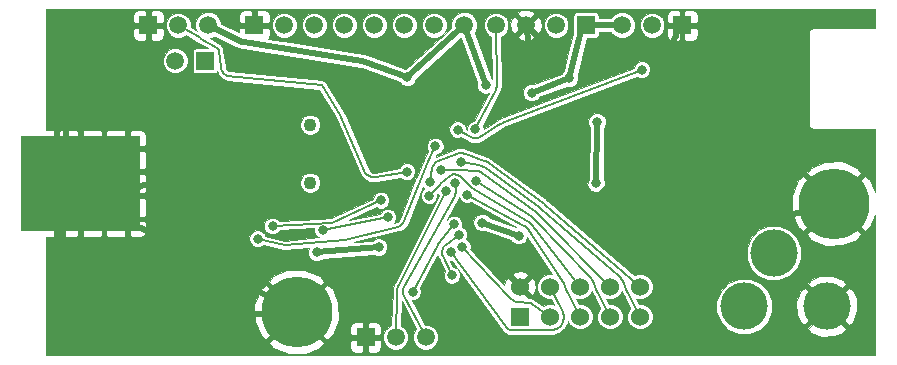
<source format=gbl>
G04 (created by PCBNEW (2013-07-07 BZR 4022)-stable) date 14/01/2015 15:32:02*
%MOIN*%
G04 Gerber Fmt 3.4, Leading zero omitted, Abs format*
%FSLAX34Y34*%
G01*
G70*
G90*
G04 APERTURE LIST*
%ADD10C,0.00590551*%
%ADD11R,0.0787402X0.0787402*%
%ADD12R,0.0590551X0.0590551*%
%ADD13C,0.0590551*%
%ADD14C,0.0433*%
%ADD15R,0.06X0.06*%
%ADD16C,0.06*%
%ADD17C,0.1575*%
%ADD18C,0.2362*%
%ADD19C,0.0314961*%
%ADD20C,0.019685*%
%ADD21C,0.00787402*%
%ADD22C,0.00393701*%
G04 APERTURE END LIST*
G54D10*
G54D11*
X102125Y-36653D03*
X102125Y-37440D03*
X101338Y-37440D03*
X100551Y-37440D03*
X101338Y-36653D03*
X100551Y-36653D03*
X99763Y-37440D03*
X98976Y-37440D03*
X99763Y-36653D03*
X98976Y-36653D03*
X102125Y-35866D03*
X101338Y-35866D03*
X100551Y-35866D03*
X99763Y-35866D03*
X98976Y-35866D03*
X102125Y-35078D03*
X101338Y-35078D03*
X100551Y-35078D03*
X99763Y-35078D03*
X98976Y-35078D03*
G54D12*
X117405Y-30984D03*
G54D13*
X116405Y-30984D03*
X115405Y-30984D03*
X114405Y-30984D03*
G54D14*
X108208Y-36229D03*
X108208Y-34299D03*
G54D12*
X110062Y-41377D03*
G54D13*
X111062Y-41377D03*
X112062Y-41377D03*
G54D12*
X120606Y-30984D03*
G54D13*
X119606Y-30984D03*
X118606Y-30984D03*
G54D12*
X102818Y-30984D03*
G54D13*
X103818Y-30984D03*
X104818Y-30984D03*
G54D12*
X104712Y-32165D03*
G54D13*
X103712Y-32165D03*
G54D15*
X115204Y-40696D03*
G54D16*
X115204Y-39696D03*
X116204Y-40696D03*
X116204Y-39696D03*
X117204Y-40696D03*
X117204Y-39696D03*
X118204Y-40696D03*
X118204Y-39696D03*
X119204Y-40696D03*
X119204Y-39696D03*
G54D17*
X125433Y-40354D03*
X123661Y-38582D03*
X122677Y-40354D03*
G54D12*
X106342Y-30984D03*
G54D13*
X107342Y-30984D03*
X108342Y-30984D03*
X109342Y-30984D03*
X110342Y-30984D03*
X111342Y-30984D03*
X112342Y-30984D03*
X113342Y-30984D03*
G54D18*
X125669Y-36929D03*
X107755Y-40551D03*
G54D19*
X117749Y-36253D03*
X117772Y-34213D03*
X115593Y-33226D03*
X110490Y-38382D03*
X108426Y-38556D03*
X111447Y-32721D03*
X115157Y-37993D03*
X113946Y-37561D03*
X114060Y-32970D03*
X116850Y-32753D03*
X113048Y-36234D03*
X112749Y-36521D03*
X113170Y-37976D03*
X112931Y-39315D03*
X113004Y-37618D03*
X111629Y-39865D03*
X111437Y-35865D03*
X113444Y-36629D03*
X113279Y-38361D03*
X112585Y-35808D03*
X112178Y-36658D03*
X112914Y-38550D03*
X112191Y-36222D03*
X113226Y-35537D03*
X113753Y-36159D03*
X113712Y-34454D03*
X119266Y-32462D03*
X113123Y-34459D03*
X112383Y-35013D03*
X106456Y-38099D03*
X108627Y-37813D03*
X110797Y-37386D03*
X110573Y-36817D03*
X106954Y-37674D03*
X103976Y-34527D03*
X99823Y-32448D03*
X115625Y-32538D03*
X105959Y-35481D03*
X119135Y-33424D03*
X111522Y-33290D03*
X112309Y-32894D03*
X114750Y-34586D03*
X115434Y-35534D03*
X112265Y-34419D03*
X109883Y-32605D03*
X110338Y-35678D03*
X120433Y-38232D03*
X113573Y-37807D03*
X116808Y-34258D03*
X100390Y-32441D03*
X100385Y-31744D03*
X100966Y-31746D03*
X100968Y-32457D03*
X101669Y-32474D03*
X102485Y-31841D03*
X102495Y-32495D03*
X105613Y-33317D03*
X99959Y-39842D03*
X101965Y-40237D03*
X103959Y-40628D03*
X105242Y-40668D03*
X107333Y-35291D03*
X120268Y-36107D03*
X118892Y-35722D03*
X117188Y-37194D03*
X106616Y-32250D03*
X99948Y-41788D03*
X100693Y-41800D03*
X101439Y-41812D03*
X102353Y-41812D03*
X102726Y-41006D03*
G54D20*
X114060Y-32970D02*
X113342Y-30984D01*
X116850Y-32753D02*
X115593Y-33226D01*
X113342Y-30984D02*
X111447Y-32721D01*
X117749Y-36253D02*
X117772Y-34213D01*
X117700Y-30984D02*
X118606Y-30984D01*
X117602Y-30984D02*
X117700Y-30984D01*
X117405Y-30984D02*
X117602Y-30984D01*
X105925Y-31527D02*
X104818Y-30984D01*
X105983Y-31548D02*
X106004Y-31551D01*
X105944Y-31536D02*
X105983Y-31548D01*
X105925Y-31527D02*
X105944Y-31536D01*
X109951Y-32177D02*
X106004Y-31551D01*
X109972Y-32180D02*
X109951Y-32177D01*
X110014Y-32191D02*
X109972Y-32180D01*
X110033Y-32198D02*
X110014Y-32191D01*
X111447Y-32721D02*
X110033Y-32198D01*
X117208Y-31181D02*
X117405Y-30984D01*
X117208Y-31279D02*
X117208Y-31181D01*
X117208Y-31285D02*
X117208Y-31279D01*
X117207Y-31297D02*
X117208Y-31285D01*
X117205Y-31302D02*
X117207Y-31297D01*
X116850Y-32753D02*
X117205Y-31302D01*
X113946Y-37561D02*
X115157Y-37993D01*
X108426Y-38556D02*
X110490Y-38382D01*
G54D21*
X111350Y-40011D02*
X112062Y-41377D01*
X111313Y-39941D02*
X111350Y-40011D01*
X111315Y-39782D02*
X111313Y-39941D01*
X111353Y-39713D02*
X111315Y-39782D01*
X113025Y-36673D02*
X111353Y-39713D01*
X113066Y-36547D02*
X113064Y-36503D01*
X113047Y-36634D02*
X113066Y-36547D01*
X113025Y-36673D02*
X113047Y-36634D01*
X113048Y-36234D02*
X113064Y-36503D01*
X111118Y-39846D02*
X111062Y-41377D01*
X111120Y-39791D02*
X111118Y-39846D01*
X111147Y-39683D02*
X111120Y-39791D01*
X111173Y-39634D02*
X111147Y-39683D01*
X112749Y-36521D02*
X111173Y-39634D01*
X112729Y-38295D02*
X113170Y-37976D01*
X112606Y-38637D02*
X112630Y-38686D01*
X112595Y-38527D02*
X112606Y-38637D01*
X112622Y-38419D02*
X112595Y-38527D01*
X112684Y-38328D02*
X112622Y-38419D01*
X112729Y-38295D02*
X112684Y-38328D01*
X112931Y-39315D02*
X112630Y-38686D01*
X112463Y-38309D02*
X111629Y-39865D01*
X112474Y-38288D02*
X112463Y-38309D01*
X112500Y-38249D02*
X112474Y-38288D01*
X112514Y-38231D02*
X112500Y-38249D01*
X113004Y-37618D02*
X112514Y-38231D01*
X110403Y-36047D02*
X111437Y-35865D01*
X110355Y-36055D02*
X110403Y-36047D01*
X110256Y-36046D02*
X110355Y-36055D01*
X110164Y-36013D02*
X110256Y-36046D01*
X110083Y-35956D02*
X110164Y-36013D01*
X110052Y-35918D02*
X110083Y-35956D01*
X109212Y-33966D02*
X110052Y-35918D01*
X108610Y-32982D02*
X109212Y-33966D01*
X105452Y-32671D02*
X108610Y-32982D01*
X105408Y-32652D02*
X105452Y-32671D01*
X105333Y-32592D02*
X105408Y-32652D01*
X105275Y-32515D02*
X105333Y-32592D01*
X105239Y-32425D02*
X105275Y-32515D01*
X105233Y-32378D02*
X105239Y-32425D01*
X105164Y-31849D02*
X105233Y-32378D01*
X105118Y-31752D02*
X105087Y-31734D01*
X105159Y-31813D02*
X105118Y-31752D01*
X105164Y-31849D02*
X105159Y-31813D01*
X104560Y-31426D02*
X105087Y-31734D01*
X104556Y-31423D02*
X104560Y-31426D01*
X103818Y-30984D02*
X104556Y-31423D01*
X115336Y-37665D02*
X113444Y-36629D01*
X115376Y-37687D02*
X115336Y-37665D01*
X115442Y-37747D02*
X115376Y-37687D01*
X115467Y-37784D02*
X115442Y-37747D01*
X116584Y-39441D02*
X115467Y-37784D01*
X116595Y-39457D02*
X116584Y-39441D01*
X116615Y-39493D02*
X116595Y-39457D01*
X116623Y-39512D02*
X116615Y-39493D01*
X116786Y-39881D02*
X116623Y-39512D01*
X116786Y-39881D02*
X116797Y-39906D01*
X117204Y-40696D02*
X116797Y-39906D01*
X114824Y-40046D02*
X113279Y-38361D01*
X115066Y-40204D02*
X115163Y-40211D01*
X114889Y-40117D02*
X115066Y-40204D01*
X114824Y-40046D02*
X114889Y-40117D01*
X115517Y-40239D02*
X115163Y-40211D01*
X115538Y-40241D02*
X115517Y-40239D01*
X115577Y-40255D02*
X115538Y-40241D01*
X115595Y-40268D02*
X115577Y-40255D01*
X116204Y-40696D02*
X115595Y-40268D01*
X115842Y-37314D02*
X118204Y-39696D01*
X115757Y-37237D02*
X115727Y-37215D01*
X115814Y-37287D02*
X115757Y-37237D01*
X115842Y-37314D02*
X115814Y-37287D01*
X113939Y-35905D02*
X115727Y-37215D01*
X113816Y-35847D02*
X113770Y-35845D01*
X113902Y-35878D02*
X113816Y-35847D01*
X113939Y-35905D02*
X113902Y-35878D01*
X113211Y-35816D02*
X113770Y-35845D01*
X113198Y-35815D02*
X113211Y-35816D01*
X113171Y-35811D02*
X113198Y-35815D01*
X113158Y-35808D02*
X113171Y-35811D01*
X113154Y-35807D02*
X113158Y-35808D01*
X113064Y-35793D02*
X113034Y-35794D01*
X113125Y-35799D02*
X113064Y-35793D01*
X113154Y-35807D02*
X113125Y-35799D01*
X112585Y-35808D02*
X113034Y-35794D01*
X112401Y-36457D02*
X112178Y-36658D01*
X112441Y-36415D02*
X112452Y-36399D01*
X112416Y-36444D02*
X112441Y-36415D01*
X112401Y-36457D02*
X112416Y-36444D01*
X112488Y-36345D02*
X112452Y-36399D01*
X112501Y-36326D02*
X112488Y-36345D01*
X112533Y-36291D02*
X112501Y-36326D01*
X112551Y-36276D02*
X112533Y-36291D01*
X112872Y-36017D02*
X112551Y-36276D01*
X112913Y-35984D02*
X112872Y-36017D01*
X113013Y-35952D02*
X112913Y-35984D01*
X113118Y-35959D02*
X113013Y-35952D01*
X113213Y-36003D02*
X113118Y-35959D01*
X113249Y-36041D02*
X113213Y-36003D01*
X113551Y-36354D02*
X113249Y-36041D01*
X113593Y-36391D02*
X113609Y-36400D01*
X113563Y-36368D02*
X113593Y-36391D01*
X113551Y-36354D02*
X113563Y-36368D01*
X115450Y-37504D02*
X113609Y-36400D01*
X115496Y-37531D02*
X115450Y-37504D01*
X115575Y-37601D02*
X115496Y-37531D01*
X115607Y-37643D02*
X115575Y-37601D01*
X117204Y-39696D02*
X115607Y-37643D01*
X116611Y-40487D02*
X116204Y-39696D01*
X116647Y-40557D02*
X116611Y-40487D01*
X116668Y-40713D02*
X116647Y-40557D01*
X116636Y-40867D02*
X116668Y-40713D01*
X116554Y-41002D02*
X116636Y-40867D01*
X116431Y-41101D02*
X116554Y-41002D01*
X116283Y-41154D02*
X116431Y-41101D01*
X116204Y-41154D02*
X116283Y-41154D01*
X114904Y-41154D02*
X116204Y-41154D01*
X114867Y-41154D02*
X114904Y-41154D01*
X114799Y-41120D02*
X114867Y-41154D01*
X114777Y-41090D02*
X114799Y-41120D01*
X112914Y-38550D02*
X114777Y-41090D01*
X118632Y-39202D02*
X119204Y-39696D01*
X118632Y-39201D02*
X118632Y-39202D01*
X116045Y-36966D02*
X118632Y-39201D01*
X115983Y-36914D02*
X115960Y-36898D01*
X116025Y-36948D02*
X115983Y-36914D01*
X116045Y-36966D02*
X116025Y-36948D01*
X114172Y-35588D02*
X115960Y-36898D01*
X114037Y-35508D02*
X113988Y-35491D01*
X114130Y-35557D02*
X114037Y-35508D01*
X114172Y-35588D02*
X114130Y-35557D01*
X113418Y-35290D02*
X113988Y-35491D01*
X113400Y-35284D02*
X113418Y-35290D01*
X113365Y-35270D02*
X113400Y-35284D01*
X113349Y-35263D02*
X113365Y-35270D01*
X113171Y-35235D02*
X113114Y-35258D01*
X113293Y-35238D02*
X113171Y-35235D01*
X113349Y-35263D02*
X113293Y-35238D01*
X112468Y-35516D02*
X113114Y-35258D01*
X112290Y-35672D02*
X112275Y-35752D01*
X112393Y-35546D02*
X112290Y-35672D01*
X112468Y-35516D02*
X112393Y-35546D01*
X112191Y-36222D02*
X112275Y-35752D01*
X113850Y-35657D02*
X113226Y-35537D01*
X113906Y-35667D02*
X113850Y-35657D01*
X114010Y-35713D02*
X113906Y-35667D01*
X114056Y-35746D02*
X114010Y-35713D01*
X115843Y-37057D02*
X114056Y-35746D01*
X115863Y-37071D02*
X115843Y-37057D01*
X115899Y-37100D02*
X115863Y-37071D01*
X115916Y-37115D02*
X115899Y-37100D01*
X118503Y-39350D02*
X115916Y-37115D01*
X118542Y-39384D02*
X118503Y-39350D01*
X118603Y-39466D02*
X118542Y-39384D01*
X118623Y-39512D02*
X118603Y-39466D01*
X118786Y-39881D02*
X118623Y-39512D01*
X118786Y-39881D02*
X118797Y-39906D01*
X119204Y-40696D02*
X118797Y-39906D01*
X115577Y-37351D02*
X113753Y-36159D01*
X115614Y-37375D02*
X115577Y-37351D01*
X115683Y-37432D02*
X115614Y-37375D01*
X115713Y-37464D02*
X115683Y-37432D01*
X117536Y-39381D02*
X115713Y-37464D01*
X117563Y-39410D02*
X117536Y-39381D01*
X117607Y-39476D02*
X117563Y-39410D01*
X117623Y-39512D02*
X117607Y-39476D01*
X117786Y-39881D02*
X117623Y-39512D01*
X117786Y-39881D02*
X117797Y-39906D01*
X118204Y-40696D02*
X117797Y-39906D01*
X114434Y-32965D02*
X114405Y-30984D01*
X114434Y-33011D02*
X114434Y-32965D01*
X114413Y-33101D02*
X114434Y-33011D01*
X114392Y-33142D02*
X114413Y-33101D01*
X113712Y-34454D02*
X114392Y-33142D01*
X114617Y-34236D02*
X119266Y-32462D01*
X114564Y-34261D02*
X114547Y-34272D01*
X114599Y-34243D02*
X114564Y-34261D01*
X114617Y-34236D02*
X114599Y-34243D01*
X113875Y-34706D02*
X114547Y-34272D01*
X113803Y-34753D02*
X113875Y-34706D01*
X113634Y-34756D02*
X113803Y-34753D01*
X113560Y-34714D02*
X113634Y-34756D01*
X113123Y-34459D02*
X113560Y-34714D01*
X112119Y-35598D02*
X112383Y-35013D01*
X112119Y-35598D02*
X112116Y-35604D01*
X111902Y-36097D02*
X112116Y-35604D01*
X111902Y-36097D02*
X111898Y-36107D01*
X111346Y-37510D02*
X111898Y-36107D01*
X111318Y-37582D02*
X111346Y-37510D01*
X111202Y-37683D02*
X111318Y-37582D01*
X111127Y-37701D02*
X111202Y-37683D01*
X109354Y-38131D02*
X111127Y-37701D01*
X107357Y-38324D02*
X109354Y-38131D01*
X106456Y-38099D02*
X107357Y-38324D01*
X108627Y-37813D02*
X110797Y-37386D01*
X108929Y-37567D02*
X106954Y-37674D01*
X110573Y-36817D02*
X108929Y-37567D01*
G54D20*
X103311Y-36158D02*
X103311Y-35192D01*
X103311Y-35192D02*
X103976Y-34527D01*
X102353Y-41812D02*
X102726Y-41006D01*
X100693Y-41800D02*
X101439Y-41812D01*
X99959Y-39842D02*
X99948Y-41788D01*
X108329Y-32457D02*
X109883Y-32605D01*
X106616Y-32250D02*
X108329Y-32457D01*
X113573Y-37807D02*
X115204Y-39696D01*
X125669Y-36929D02*
X120433Y-38232D01*
X110338Y-35678D02*
X112265Y-34419D01*
X115625Y-32538D02*
X115405Y-30984D01*
X101669Y-32474D02*
X102485Y-31841D01*
X112888Y-34822D02*
X112265Y-34419D01*
X112989Y-34872D02*
X113025Y-34881D01*
X112920Y-34843D02*
X112989Y-34872D01*
X112888Y-34822D02*
X112920Y-34843D01*
X113360Y-34959D02*
X113025Y-34881D01*
X113388Y-34965D02*
X113360Y-34959D01*
X113442Y-34984D02*
X113388Y-34965D01*
X113469Y-34995D02*
X113442Y-34984D01*
X113924Y-35012D02*
X113984Y-34981D01*
X113795Y-35045D02*
X113924Y-35012D01*
X113661Y-35049D02*
X113795Y-35045D01*
X113529Y-35023D02*
X113661Y-35049D01*
X113469Y-34995D02*
X113529Y-35023D01*
X114750Y-34586D02*
X113984Y-34981D01*
X100966Y-31746D02*
X100968Y-32457D01*
X102544Y-36355D02*
X103311Y-36158D01*
X103311Y-36158D02*
X105959Y-35481D01*
X102538Y-36356D02*
X102544Y-36355D01*
X102525Y-36358D02*
X102538Y-36356D01*
X102519Y-36358D02*
X102525Y-36358D01*
X102421Y-36358D02*
X102519Y-36358D01*
X102125Y-36653D02*
X102421Y-36358D01*
X102421Y-37736D02*
X102125Y-37440D01*
X102519Y-37736D02*
X102421Y-37736D01*
X102531Y-37736D02*
X102519Y-37736D01*
X102555Y-37742D02*
X102531Y-37736D01*
X102566Y-37748D02*
X102555Y-37742D01*
X107755Y-40551D02*
X102566Y-37748D01*
X99959Y-37834D02*
X99959Y-39842D01*
X99959Y-37736D02*
X99959Y-37834D01*
X99763Y-37440D02*
X99959Y-37736D01*
X120433Y-38232D02*
X120268Y-36107D01*
X102495Y-32495D02*
X105613Y-33317D01*
X105242Y-40668D02*
X107755Y-40551D01*
X101965Y-40237D02*
X103959Y-40628D01*
X117560Y-33835D02*
X116808Y-34258D01*
X117585Y-33821D02*
X117560Y-33835D01*
X117639Y-33800D02*
X117585Y-33821D01*
X117667Y-33793D02*
X117639Y-33800D01*
X119135Y-33424D02*
X117667Y-33793D01*
X100390Y-32441D02*
X100385Y-31744D01*
X100059Y-34685D02*
X99763Y-35078D01*
X100059Y-34681D02*
X100059Y-34685D01*
X100059Y-34672D02*
X100059Y-34681D01*
X100060Y-34668D02*
X100059Y-34672D01*
X99823Y-32448D02*
X100060Y-34668D01*
X111522Y-33290D02*
X112309Y-32894D01*
X115434Y-35534D02*
X114750Y-34586D01*
X120409Y-31181D02*
X120606Y-30984D01*
X120409Y-31279D02*
X120409Y-31181D01*
X120409Y-31292D02*
X120409Y-31279D01*
X120403Y-31316D02*
X120409Y-31292D01*
X120396Y-31327D02*
X120403Y-31316D01*
X119644Y-32673D02*
X120396Y-31327D01*
X119639Y-32682D02*
X119644Y-32673D01*
X119629Y-32698D02*
X119639Y-32682D01*
X119624Y-32705D02*
X119629Y-32698D01*
X119135Y-33424D02*
X119624Y-32705D01*
X118892Y-35722D02*
X117188Y-37194D01*
X109883Y-32605D02*
X111522Y-33290D01*
G54D10*
G36*
X116337Y-40299D02*
X116288Y-40278D01*
X116121Y-40278D01*
X115972Y-40340D01*
X115732Y-40172D01*
X115732Y-39741D01*
X115709Y-39535D01*
X115675Y-39453D01*
X115592Y-39422D01*
X115478Y-39536D01*
X115478Y-39309D01*
X115447Y-39225D01*
X115248Y-39168D01*
X115043Y-39192D01*
X114961Y-39225D01*
X114930Y-39309D01*
X115204Y-39583D01*
X115478Y-39309D01*
X115478Y-39536D01*
X115318Y-39696D01*
X115592Y-39971D01*
X115675Y-39939D01*
X115732Y-39741D01*
X115732Y-40172D01*
X115685Y-40139D01*
X115685Y-40139D01*
X115668Y-40126D01*
X115649Y-40118D01*
X115631Y-40107D01*
X115591Y-40093D01*
X115570Y-40090D01*
X115550Y-40084D01*
X115530Y-40082D01*
X115529Y-40082D01*
X115472Y-40078D01*
X115204Y-39810D01*
X115199Y-39816D01*
X115085Y-39702D01*
X115091Y-39696D01*
X114816Y-39422D01*
X114733Y-39453D01*
X114676Y-39652D01*
X114676Y-39653D01*
X113551Y-38425D01*
X113554Y-38416D01*
X113554Y-38307D01*
X113513Y-38205D01*
X113435Y-38128D01*
X113410Y-38117D01*
X113445Y-38031D01*
X113446Y-37922D01*
X113404Y-37820D01*
X113326Y-37743D01*
X113262Y-37716D01*
X113280Y-37673D01*
X113280Y-37563D01*
X113238Y-37462D01*
X113161Y-37384D01*
X113059Y-37342D01*
X112950Y-37342D01*
X112848Y-37384D01*
X112771Y-37461D01*
X113161Y-36751D01*
X113163Y-36749D01*
X113182Y-36716D01*
X113210Y-36785D01*
X113287Y-36862D01*
X113389Y-36904D01*
X113498Y-36904D01*
X113567Y-36876D01*
X115082Y-37705D01*
X115066Y-37711D01*
X114199Y-37401D01*
X114196Y-37394D01*
X114113Y-37311D01*
X114005Y-37266D01*
X113887Y-37266D01*
X113779Y-37310D01*
X113695Y-37393D01*
X113650Y-37502D01*
X113650Y-37619D01*
X113695Y-37728D01*
X113778Y-37811D01*
X113887Y-37856D01*
X114004Y-37856D01*
X114035Y-37844D01*
X114904Y-38155D01*
X114906Y-38161D01*
X114989Y-38244D01*
X115098Y-38289D01*
X115215Y-38289D01*
X115324Y-38244D01*
X115407Y-38161D01*
X115452Y-38052D01*
X115452Y-38044D01*
X116285Y-39278D01*
X116121Y-39278D01*
X115968Y-39342D01*
X115850Y-39459D01*
X115786Y-39613D01*
X115786Y-39779D01*
X115850Y-39933D01*
X115967Y-40051D01*
X116121Y-40114D01*
X116242Y-40114D01*
X116337Y-40299D01*
X116337Y-40299D01*
G37*
G54D22*
X116337Y-40299D02*
X116288Y-40278D01*
X116121Y-40278D01*
X115972Y-40340D01*
X115732Y-40172D01*
X115732Y-39741D01*
X115709Y-39535D01*
X115675Y-39453D01*
X115592Y-39422D01*
X115478Y-39536D01*
X115478Y-39309D01*
X115447Y-39225D01*
X115248Y-39168D01*
X115043Y-39192D01*
X114961Y-39225D01*
X114930Y-39309D01*
X115204Y-39583D01*
X115478Y-39309D01*
X115478Y-39536D01*
X115318Y-39696D01*
X115592Y-39971D01*
X115675Y-39939D01*
X115732Y-39741D01*
X115732Y-40172D01*
X115685Y-40139D01*
X115685Y-40139D01*
X115668Y-40126D01*
X115649Y-40118D01*
X115631Y-40107D01*
X115591Y-40093D01*
X115570Y-40090D01*
X115550Y-40084D01*
X115530Y-40082D01*
X115529Y-40082D01*
X115472Y-40078D01*
X115204Y-39810D01*
X115199Y-39816D01*
X115085Y-39702D01*
X115091Y-39696D01*
X114816Y-39422D01*
X114733Y-39453D01*
X114676Y-39652D01*
X114676Y-39653D01*
X113551Y-38425D01*
X113554Y-38416D01*
X113554Y-38307D01*
X113513Y-38205D01*
X113435Y-38128D01*
X113410Y-38117D01*
X113445Y-38031D01*
X113446Y-37922D01*
X113404Y-37820D01*
X113326Y-37743D01*
X113262Y-37716D01*
X113280Y-37673D01*
X113280Y-37563D01*
X113238Y-37462D01*
X113161Y-37384D01*
X113059Y-37342D01*
X112950Y-37342D01*
X112848Y-37384D01*
X112771Y-37461D01*
X113161Y-36751D01*
X113163Y-36749D01*
X113182Y-36716D01*
X113210Y-36785D01*
X113287Y-36862D01*
X113389Y-36904D01*
X113498Y-36904D01*
X113567Y-36876D01*
X115082Y-37705D01*
X115066Y-37711D01*
X114199Y-37401D01*
X114196Y-37394D01*
X114113Y-37311D01*
X114005Y-37266D01*
X113887Y-37266D01*
X113779Y-37310D01*
X113695Y-37393D01*
X113650Y-37502D01*
X113650Y-37619D01*
X113695Y-37728D01*
X113778Y-37811D01*
X113887Y-37856D01*
X114004Y-37856D01*
X114035Y-37844D01*
X114904Y-38155D01*
X114906Y-38161D01*
X114989Y-38244D01*
X115098Y-38289D01*
X115215Y-38289D01*
X115324Y-38244D01*
X115407Y-38161D01*
X115452Y-38052D01*
X115452Y-38044D01*
X116285Y-39278D01*
X116121Y-39278D01*
X115968Y-39342D01*
X115850Y-39459D01*
X115786Y-39613D01*
X115786Y-39779D01*
X115850Y-39933D01*
X115967Y-40051D01*
X116121Y-40114D01*
X116242Y-40114D01*
X116337Y-40299D01*
G54D10*
G36*
X127027Y-41988D02*
X126581Y-41988D01*
X126581Y-37955D01*
X125669Y-37042D01*
X125555Y-37156D01*
X125555Y-36929D01*
X124643Y-36016D01*
X124468Y-36156D01*
X124264Y-36674D01*
X124273Y-37231D01*
X124468Y-37702D01*
X124643Y-37841D01*
X125555Y-36929D01*
X125555Y-37156D01*
X124756Y-37955D01*
X124896Y-38129D01*
X125414Y-38334D01*
X125971Y-38324D01*
X126442Y-38129D01*
X126581Y-37955D01*
X126581Y-41988D01*
X126447Y-41988D01*
X126447Y-40515D01*
X126431Y-40114D01*
X126308Y-39817D01*
X126174Y-39726D01*
X126061Y-39839D01*
X126061Y-39612D01*
X125969Y-39478D01*
X125594Y-39340D01*
X125193Y-39355D01*
X124896Y-39478D01*
X124805Y-39612D01*
X125433Y-40240D01*
X126061Y-39612D01*
X126061Y-39839D01*
X125546Y-40354D01*
X126174Y-40982D01*
X126308Y-40891D01*
X126447Y-40515D01*
X126447Y-41988D01*
X126061Y-41988D01*
X126061Y-41096D01*
X125433Y-40467D01*
X125319Y-40581D01*
X125319Y-40354D01*
X124691Y-39726D01*
X124566Y-39811D01*
X124566Y-38402D01*
X124429Y-38070D01*
X124174Y-37815D01*
X123842Y-37676D01*
X123481Y-37676D01*
X123148Y-37814D01*
X122893Y-38068D01*
X122755Y-38401D01*
X122755Y-38761D01*
X122892Y-39094D01*
X123147Y-39349D01*
X123480Y-39487D01*
X123840Y-39488D01*
X124173Y-39350D01*
X124428Y-39095D01*
X124566Y-38763D01*
X124566Y-38402D01*
X124566Y-39811D01*
X124557Y-39817D01*
X124418Y-40193D01*
X124434Y-40593D01*
X124557Y-40891D01*
X124691Y-40982D01*
X125319Y-40354D01*
X125319Y-40581D01*
X124805Y-41096D01*
X124896Y-41229D01*
X125272Y-41368D01*
X125672Y-41352D01*
X125969Y-41229D01*
X126061Y-41096D01*
X126061Y-41988D01*
X123602Y-41988D01*
X123602Y-40171D01*
X123462Y-39830D01*
X123201Y-39570D01*
X122862Y-39429D01*
X122493Y-39428D01*
X122153Y-39569D01*
X121893Y-39829D01*
X121752Y-40169D01*
X121751Y-40537D01*
X121892Y-40877D01*
X122152Y-41138D01*
X122492Y-41279D01*
X122860Y-41279D01*
X123200Y-41139D01*
X123461Y-40879D01*
X123602Y-40539D01*
X123602Y-40171D01*
X123602Y-41988D01*
X121121Y-41988D01*
X121121Y-31236D01*
X121121Y-30732D01*
X121121Y-30645D01*
X121087Y-30564D01*
X121025Y-30502D01*
X120945Y-30469D01*
X120741Y-30469D01*
X120686Y-30524D01*
X120686Y-30903D01*
X121066Y-30903D01*
X121121Y-30849D01*
X121121Y-30732D01*
X121121Y-31236D01*
X121121Y-31119D01*
X121066Y-31064D01*
X120686Y-31064D01*
X120686Y-31444D01*
X120741Y-31499D01*
X120945Y-31499D01*
X121025Y-31465D01*
X121087Y-31404D01*
X121121Y-31323D01*
X121121Y-31236D01*
X121121Y-41988D01*
X120525Y-41988D01*
X120525Y-31444D01*
X120525Y-31064D01*
X120525Y-30903D01*
X120525Y-30524D01*
X120471Y-30469D01*
X120267Y-30469D01*
X120186Y-30502D01*
X120124Y-30564D01*
X120091Y-30645D01*
X120091Y-30732D01*
X120091Y-30849D01*
X120146Y-30903D01*
X120525Y-30903D01*
X120525Y-31064D01*
X120146Y-31064D01*
X120091Y-31119D01*
X120091Y-31236D01*
X120091Y-31323D01*
X120124Y-31404D01*
X120186Y-31465D01*
X120267Y-31499D01*
X120471Y-31499D01*
X120525Y-31444D01*
X120525Y-41988D01*
X120019Y-41988D01*
X120019Y-30902D01*
X119956Y-30750D01*
X119840Y-30634D01*
X119688Y-30570D01*
X119524Y-30570D01*
X119372Y-30633D01*
X119256Y-30749D01*
X119192Y-30901D01*
X119192Y-31066D01*
X119255Y-31218D01*
X119371Y-31334D01*
X119523Y-31397D01*
X119688Y-31397D01*
X119840Y-31334D01*
X119956Y-31218D01*
X120019Y-31066D01*
X120019Y-30902D01*
X120019Y-41988D01*
X119622Y-41988D01*
X119622Y-40614D01*
X119559Y-40460D01*
X119441Y-40342D01*
X119288Y-40278D01*
X119166Y-40278D01*
X119071Y-40094D01*
X119121Y-40114D01*
X119287Y-40115D01*
X119441Y-40051D01*
X119558Y-39934D01*
X119622Y-39780D01*
X119622Y-39614D01*
X119559Y-39460D01*
X119541Y-39442D01*
X119541Y-32407D01*
X119499Y-32306D01*
X119422Y-32229D01*
X119321Y-32186D01*
X119211Y-32186D01*
X119110Y-32228D01*
X119039Y-32299D01*
X119039Y-30898D01*
X118973Y-30739D01*
X118851Y-30617D01*
X118692Y-30551D01*
X118520Y-30551D01*
X118361Y-30616D01*
X118239Y-30738D01*
X118235Y-30748D01*
X117838Y-30748D01*
X117838Y-30661D01*
X117817Y-30611D01*
X117778Y-30572D01*
X117728Y-30551D01*
X117673Y-30551D01*
X117082Y-30551D01*
X117032Y-30572D01*
X116993Y-30610D01*
X116972Y-30661D01*
X116972Y-30716D01*
X116972Y-31265D01*
X116818Y-31890D01*
X116818Y-30902D01*
X116756Y-30750D01*
X116639Y-30634D01*
X116488Y-30570D01*
X116323Y-30570D01*
X116171Y-30633D01*
X116055Y-30749D01*
X115992Y-30901D01*
X115992Y-31066D01*
X116054Y-31218D01*
X116171Y-31334D01*
X116322Y-31397D01*
X116487Y-31397D01*
X116639Y-31334D01*
X116755Y-31218D01*
X116818Y-31066D01*
X116818Y-30902D01*
X116818Y-31890D01*
X116663Y-32522D01*
X116600Y-32585D01*
X116595Y-32597D01*
X115928Y-32847D01*
X115928Y-31027D01*
X115905Y-30823D01*
X115872Y-30744D01*
X115789Y-30713D01*
X115676Y-30827D01*
X115676Y-30599D01*
X115645Y-30517D01*
X115448Y-30460D01*
X115245Y-30484D01*
X115165Y-30517D01*
X115134Y-30599D01*
X115405Y-30870D01*
X115676Y-30599D01*
X115676Y-30827D01*
X115519Y-30984D01*
X115789Y-31255D01*
X115872Y-31224D01*
X115928Y-31027D01*
X115928Y-32847D01*
X115678Y-32942D01*
X115676Y-32941D01*
X115676Y-31368D01*
X115405Y-31097D01*
X115291Y-31211D01*
X115291Y-30984D01*
X115021Y-30713D01*
X114938Y-30744D01*
X114882Y-30941D01*
X114905Y-31144D01*
X114938Y-31224D01*
X115021Y-31255D01*
X115291Y-30984D01*
X115291Y-31211D01*
X115134Y-31368D01*
X115165Y-31451D01*
X115362Y-31507D01*
X115566Y-31484D01*
X115645Y-31451D01*
X115676Y-31368D01*
X115676Y-32941D01*
X115652Y-32931D01*
X115534Y-32931D01*
X115426Y-32975D01*
X115342Y-33058D01*
X115297Y-33167D01*
X115297Y-33284D01*
X115342Y-33393D01*
X115425Y-33476D01*
X115534Y-33521D01*
X115651Y-33521D01*
X115760Y-33476D01*
X115843Y-33393D01*
X115847Y-33383D01*
X116765Y-33037D01*
X116791Y-33048D01*
X116908Y-33048D01*
X117017Y-33003D01*
X117100Y-32920D01*
X117145Y-32812D01*
X117145Y-32694D01*
X117121Y-32637D01*
X117421Y-31417D01*
X117728Y-31417D01*
X117778Y-31396D01*
X117817Y-31357D01*
X117838Y-31307D01*
X117838Y-31252D01*
X117838Y-31220D01*
X118235Y-31220D01*
X118238Y-31229D01*
X118360Y-31351D01*
X118519Y-31417D01*
X118692Y-31417D01*
X118851Y-31351D01*
X118973Y-31229D01*
X119039Y-31070D01*
X119039Y-30898D01*
X119039Y-32299D01*
X119032Y-32306D01*
X118994Y-32396D01*
X114561Y-34089D01*
X114561Y-34089D01*
X114543Y-34096D01*
X114536Y-34101D01*
X114527Y-34103D01*
X114493Y-34121D01*
X114486Y-34126D01*
X114478Y-34129D01*
X114464Y-34138D01*
X114462Y-34139D01*
X113987Y-34446D01*
X113987Y-34400D01*
X113956Y-34325D01*
X114531Y-33215D01*
X114532Y-33215D01*
X114553Y-33173D01*
X114558Y-33155D01*
X114566Y-33137D01*
X114588Y-33047D01*
X114588Y-33028D01*
X114592Y-33009D01*
X114591Y-32963D01*
X114590Y-32958D01*
X114568Y-31364D01*
X114639Y-31334D01*
X114755Y-31218D01*
X114818Y-31066D01*
X114818Y-30902D01*
X114756Y-30750D01*
X114639Y-30634D01*
X114488Y-30570D01*
X114323Y-30570D01*
X114171Y-30633D01*
X114055Y-30749D01*
X113992Y-30901D01*
X113992Y-31066D01*
X114054Y-31218D01*
X114171Y-31334D01*
X114253Y-31368D01*
X114272Y-32765D01*
X114227Y-32720D01*
X114221Y-32717D01*
X113689Y-31249D01*
X113709Y-31229D01*
X113775Y-31070D01*
X113775Y-30898D01*
X113709Y-30739D01*
X113588Y-30617D01*
X113429Y-30551D01*
X113256Y-30551D01*
X113097Y-30616D01*
X112975Y-30738D01*
X112909Y-30897D01*
X112909Y-31061D01*
X112755Y-31201D01*
X112755Y-30902D01*
X112693Y-30750D01*
X112576Y-30634D01*
X112425Y-30570D01*
X112260Y-30570D01*
X112108Y-30633D01*
X111992Y-30749D01*
X111929Y-30901D01*
X111929Y-31066D01*
X111991Y-31218D01*
X112108Y-31334D01*
X112259Y-31397D01*
X112424Y-31397D01*
X112576Y-31334D01*
X112692Y-31218D01*
X112755Y-31066D01*
X112755Y-30902D01*
X112755Y-31201D01*
X111755Y-32118D01*
X111755Y-30902D01*
X111693Y-30750D01*
X111576Y-30634D01*
X111425Y-30570D01*
X111260Y-30570D01*
X111108Y-30633D01*
X110992Y-30749D01*
X110929Y-30901D01*
X110929Y-31066D01*
X110991Y-31218D01*
X111108Y-31334D01*
X111259Y-31397D01*
X111424Y-31397D01*
X111576Y-31334D01*
X111692Y-31218D01*
X111755Y-31066D01*
X111755Y-30902D01*
X111755Y-32118D01*
X111420Y-32425D01*
X111389Y-32425D01*
X111360Y-32437D01*
X110755Y-32214D01*
X110755Y-30902D01*
X110693Y-30750D01*
X110576Y-30634D01*
X110425Y-30570D01*
X110260Y-30570D01*
X110108Y-30633D01*
X109992Y-30749D01*
X109929Y-30901D01*
X109929Y-31066D01*
X109991Y-31218D01*
X110108Y-31334D01*
X110259Y-31397D01*
X110424Y-31397D01*
X110576Y-31334D01*
X110692Y-31218D01*
X110755Y-31066D01*
X110755Y-30902D01*
X110755Y-32214D01*
X110115Y-31977D01*
X110115Y-31977D01*
X110095Y-31969D01*
X110084Y-31968D01*
X110073Y-31962D01*
X110031Y-31951D01*
X110020Y-31951D01*
X110009Y-31947D01*
X109990Y-31944D01*
X109988Y-31943D01*
X109755Y-31906D01*
X109755Y-30902D01*
X109693Y-30750D01*
X109576Y-30634D01*
X109425Y-30570D01*
X109260Y-30570D01*
X109108Y-30633D01*
X108992Y-30749D01*
X108929Y-30901D01*
X108929Y-31066D01*
X108991Y-31218D01*
X109108Y-31334D01*
X109259Y-31397D01*
X109424Y-31397D01*
X109576Y-31334D01*
X109692Y-31218D01*
X109755Y-31066D01*
X109755Y-30902D01*
X109755Y-31906D01*
X108755Y-31748D01*
X108755Y-30902D01*
X108693Y-30750D01*
X108576Y-30634D01*
X108425Y-30570D01*
X108260Y-30570D01*
X108108Y-30633D01*
X107992Y-30749D01*
X107929Y-30901D01*
X107929Y-31066D01*
X107991Y-31218D01*
X108108Y-31334D01*
X108259Y-31397D01*
X108424Y-31397D01*
X108576Y-31334D01*
X108692Y-31218D01*
X108755Y-31066D01*
X108755Y-30902D01*
X108755Y-31748D01*
X107755Y-31590D01*
X107755Y-30902D01*
X107693Y-30750D01*
X107576Y-30634D01*
X107425Y-30570D01*
X107260Y-30570D01*
X107108Y-30633D01*
X106992Y-30749D01*
X106929Y-30901D01*
X106929Y-31066D01*
X106991Y-31218D01*
X107108Y-31334D01*
X107259Y-31397D01*
X107424Y-31397D01*
X107576Y-31334D01*
X107692Y-31218D01*
X107755Y-31066D01*
X107755Y-30902D01*
X107755Y-31590D01*
X106790Y-31437D01*
X106823Y-31404D01*
X106857Y-31323D01*
X106857Y-31236D01*
X106857Y-30732D01*
X106857Y-30645D01*
X106823Y-30564D01*
X106762Y-30502D01*
X106681Y-30469D01*
X106477Y-30469D01*
X106422Y-30524D01*
X106422Y-30903D01*
X106802Y-30903D01*
X106857Y-30849D01*
X106857Y-30732D01*
X106857Y-31236D01*
X106857Y-31119D01*
X106802Y-31064D01*
X106422Y-31064D01*
X106422Y-31072D01*
X106262Y-31072D01*
X106262Y-31064D01*
X106262Y-30903D01*
X106262Y-30524D01*
X106207Y-30469D01*
X106003Y-30469D01*
X105922Y-30502D01*
X105861Y-30564D01*
X105827Y-30645D01*
X105827Y-30732D01*
X105827Y-30849D01*
X105882Y-30903D01*
X106262Y-30903D01*
X106262Y-31064D01*
X105882Y-31064D01*
X105827Y-31119D01*
X105827Y-31215D01*
X105252Y-30933D01*
X105252Y-30898D01*
X105186Y-30739D01*
X105064Y-30617D01*
X104905Y-30551D01*
X104733Y-30551D01*
X104573Y-30616D01*
X104451Y-30738D01*
X104385Y-30897D01*
X104385Y-31070D01*
X104423Y-31161D01*
X104232Y-31047D01*
X104232Y-30902D01*
X104169Y-30750D01*
X104053Y-30634D01*
X103901Y-30570D01*
X103737Y-30570D01*
X103585Y-30633D01*
X103468Y-30749D01*
X103405Y-30901D01*
X103405Y-31066D01*
X103468Y-31218D01*
X103584Y-31334D01*
X103736Y-31397D01*
X103900Y-31397D01*
X104052Y-31334D01*
X104070Y-31317D01*
X104476Y-31559D01*
X104477Y-31559D01*
X104477Y-31559D01*
X104481Y-31562D01*
X104481Y-31562D01*
X104806Y-31751D01*
X104393Y-31751D01*
X104350Y-31769D01*
X104317Y-31803D01*
X104299Y-31846D01*
X104299Y-31893D01*
X104299Y-32484D01*
X104317Y-32527D01*
X104350Y-32560D01*
X104393Y-32578D01*
X104440Y-32578D01*
X105031Y-32578D01*
X105074Y-32560D01*
X105107Y-32527D01*
X105109Y-32524D01*
X105129Y-32574D01*
X105140Y-32590D01*
X105149Y-32609D01*
X105207Y-32686D01*
X105222Y-32700D01*
X105235Y-32715D01*
X105310Y-32775D01*
X105328Y-32784D01*
X105345Y-32796D01*
X105388Y-32815D01*
X105413Y-32821D01*
X105437Y-32828D01*
X108516Y-33130D01*
X109073Y-34043D01*
X109907Y-35980D01*
X109918Y-35995D01*
X109931Y-36019D01*
X109962Y-36057D01*
X109979Y-36070D01*
X109993Y-36085D01*
X110073Y-36141D01*
X110093Y-36150D01*
X110110Y-36160D01*
X110202Y-36194D01*
X110223Y-36197D01*
X110243Y-36203D01*
X110341Y-36212D01*
X110361Y-36210D01*
X110382Y-36210D01*
X110430Y-36202D01*
X110430Y-36202D01*
X110431Y-36202D01*
X111241Y-36059D01*
X111281Y-36098D01*
X111382Y-36140D01*
X111492Y-36141D01*
X111593Y-36099D01*
X111671Y-36021D01*
X111713Y-35920D01*
X111713Y-35810D01*
X111671Y-35709D01*
X111594Y-35631D01*
X111492Y-35589D01*
X111383Y-35589D01*
X111281Y-35631D01*
X111204Y-35709D01*
X111187Y-35748D01*
X110376Y-35891D01*
X110376Y-35891D01*
X110348Y-35896D01*
X110291Y-35891D01*
X110237Y-35872D01*
X110191Y-35839D01*
X110188Y-35836D01*
X109356Y-33904D01*
X109349Y-33893D01*
X109346Y-33885D01*
X108744Y-32900D01*
X108738Y-32893D01*
X108732Y-32881D01*
X108712Y-32865D01*
X108703Y-32855D01*
X108696Y-32852D01*
X108684Y-32842D01*
X108658Y-32834D01*
X108647Y-32829D01*
X108640Y-32829D01*
X108625Y-32824D01*
X105493Y-32517D01*
X105491Y-32516D01*
X105447Y-32481D01*
X105413Y-32437D01*
X105392Y-32385D01*
X105389Y-32357D01*
X105388Y-32355D01*
X105320Y-31829D01*
X105320Y-31829D01*
X105320Y-31829D01*
X105315Y-31792D01*
X105313Y-31788D01*
X105313Y-31783D01*
X105303Y-31758D01*
X105295Y-31734D01*
X105292Y-31730D01*
X105290Y-31726D01*
X105250Y-31665D01*
X105246Y-31661D01*
X105244Y-31657D01*
X105225Y-31640D01*
X105206Y-31621D01*
X105202Y-31619D01*
X105198Y-31616D01*
X105167Y-31598D01*
X105166Y-31598D01*
X104857Y-31417D01*
X104904Y-31417D01*
X105046Y-31358D01*
X105820Y-31737D01*
X105821Y-31739D01*
X105840Y-31748D01*
X105857Y-31752D01*
X105873Y-31761D01*
X105912Y-31773D01*
X105929Y-31775D01*
X105946Y-31781D01*
X105966Y-31785D01*
X105966Y-31785D01*
X105967Y-31785D01*
X109913Y-32410D01*
X109914Y-32410D01*
X109924Y-32412D01*
X109943Y-32417D01*
X109951Y-32420D01*
X109951Y-32420D01*
X111193Y-32879D01*
X111197Y-32888D01*
X111280Y-32971D01*
X111388Y-33016D01*
X111506Y-33016D01*
X111614Y-32971D01*
X111697Y-32888D01*
X111742Y-32780D01*
X111742Y-32771D01*
X113231Y-31407D01*
X113246Y-31413D01*
X113777Y-32880D01*
X113764Y-32911D01*
X113764Y-33029D01*
X113809Y-33137D01*
X113892Y-33220D01*
X114001Y-33265D01*
X114118Y-33266D01*
X114159Y-33249D01*
X113677Y-34179D01*
X113657Y-34179D01*
X113556Y-34220D01*
X113478Y-34298D01*
X113436Y-34399D01*
X113436Y-34459D01*
X113399Y-34437D01*
X113399Y-34404D01*
X113357Y-34303D01*
X113280Y-34225D01*
X113178Y-34183D01*
X113069Y-34183D01*
X112967Y-34225D01*
X112890Y-34303D01*
X112848Y-34404D01*
X112848Y-34514D01*
X112890Y-34615D01*
X112967Y-34692D01*
X113068Y-34734D01*
X113178Y-34735D01*
X113240Y-34709D01*
X113480Y-34849D01*
X113481Y-34850D01*
X113555Y-34893D01*
X113566Y-34897D01*
X113577Y-34903D01*
X113595Y-34907D01*
X113613Y-34913D01*
X113625Y-34912D01*
X113637Y-34914D01*
X113807Y-34910D01*
X113819Y-34907D01*
X113831Y-34907D01*
X113848Y-34901D01*
X113867Y-34897D01*
X113877Y-34889D01*
X113889Y-34885D01*
X113960Y-34839D01*
X113960Y-34839D01*
X113960Y-34839D01*
X114631Y-34405D01*
X114633Y-34404D01*
X114642Y-34398D01*
X114662Y-34388D01*
X114673Y-34384D01*
X114673Y-34384D01*
X119105Y-32691D01*
X119109Y-32696D01*
X119211Y-32738D01*
X119320Y-32738D01*
X119422Y-32696D01*
X119499Y-32618D01*
X119541Y-32517D01*
X119541Y-32407D01*
X119541Y-39442D01*
X119441Y-39342D01*
X119288Y-39278D01*
X119121Y-39278D01*
X119013Y-39323D01*
X118742Y-39088D01*
X118736Y-39081D01*
X118068Y-38503D01*
X118068Y-34154D01*
X118023Y-34046D01*
X117940Y-33963D01*
X117831Y-33918D01*
X117714Y-33918D01*
X117605Y-33962D01*
X117522Y-34045D01*
X117477Y-34154D01*
X117477Y-34271D01*
X117522Y-34380D01*
X117535Y-34393D01*
X117515Y-36070D01*
X117499Y-36086D01*
X117454Y-36194D01*
X117453Y-36312D01*
X117498Y-36420D01*
X117581Y-36504D01*
X117690Y-36549D01*
X117807Y-36549D01*
X117916Y-36504D01*
X117999Y-36421D01*
X118044Y-36312D01*
X118044Y-36195D01*
X117999Y-36086D01*
X117987Y-36074D01*
X118008Y-34395D01*
X118022Y-34380D01*
X118067Y-34272D01*
X118068Y-34154D01*
X118068Y-38503D01*
X116148Y-36847D01*
X116148Y-36847D01*
X116128Y-36829D01*
X116125Y-36828D01*
X116123Y-36825D01*
X116081Y-36791D01*
X116078Y-36790D01*
X116076Y-36787D01*
X116059Y-36775D01*
X116054Y-36769D01*
X114265Y-35461D01*
X114265Y-35460D01*
X114223Y-35430D01*
X114213Y-35425D01*
X114204Y-35418D01*
X114110Y-35368D01*
X114099Y-35365D01*
X114089Y-35359D01*
X114040Y-35342D01*
X114038Y-35342D01*
X113470Y-35142D01*
X113470Y-35142D01*
X113455Y-35136D01*
X113427Y-35125D01*
X113413Y-35119D01*
X113413Y-35119D01*
X113357Y-35094D01*
X113357Y-35094D01*
X113356Y-35093D01*
X113331Y-35088D01*
X113297Y-35080D01*
X113297Y-35080D01*
X113296Y-35080D01*
X113174Y-35078D01*
X113173Y-35078D01*
X113173Y-35078D01*
X113142Y-35083D01*
X113113Y-35088D01*
X113113Y-35089D01*
X113112Y-35089D01*
X113056Y-35111D01*
X113056Y-35111D01*
X112410Y-35370D01*
X112410Y-35370D01*
X112391Y-35377D01*
X112431Y-35289D01*
X112437Y-35289D01*
X112539Y-35247D01*
X112616Y-35169D01*
X112658Y-35068D01*
X112658Y-34958D01*
X112616Y-34857D01*
X112539Y-34779D01*
X112438Y-34737D01*
X112328Y-34737D01*
X112227Y-34779D01*
X112149Y-34857D01*
X112107Y-34958D01*
X112107Y-35067D01*
X112145Y-35158D01*
X111975Y-35533D01*
X111975Y-35533D01*
X111975Y-35534D01*
X111972Y-35540D01*
X111972Y-35541D01*
X111972Y-35541D01*
X111757Y-36034D01*
X111757Y-36036D01*
X111756Y-36037D01*
X111752Y-36047D01*
X111751Y-36052D01*
X111199Y-37453D01*
X111199Y-37453D01*
X111199Y-37453D01*
X111185Y-37488D01*
X111127Y-37539D01*
X111090Y-37548D01*
X111085Y-37550D01*
X111003Y-37570D01*
X111031Y-37542D01*
X111073Y-37441D01*
X111073Y-37331D01*
X111031Y-37230D01*
X110954Y-37152D01*
X110852Y-37110D01*
X110743Y-37110D01*
X110641Y-37152D01*
X110564Y-37230D01*
X110544Y-37277D01*
X109495Y-37483D01*
X110431Y-37056D01*
X110518Y-37092D01*
X110628Y-37092D01*
X110729Y-37051D01*
X110806Y-36973D01*
X110849Y-36872D01*
X110849Y-36762D01*
X110807Y-36661D01*
X110729Y-36583D01*
X110628Y-36541D01*
X110518Y-36541D01*
X110417Y-36583D01*
X110339Y-36660D01*
X110297Y-36762D01*
X110297Y-36771D01*
X108892Y-37411D01*
X108543Y-37430D01*
X108543Y-36162D01*
X108543Y-34232D01*
X108492Y-34109D01*
X108398Y-34015D01*
X108275Y-33964D01*
X108142Y-33964D01*
X108019Y-34015D01*
X107925Y-34109D01*
X107874Y-34232D01*
X107873Y-34365D01*
X107924Y-34488D01*
X108018Y-34582D01*
X108141Y-34633D01*
X108274Y-34633D01*
X108397Y-34583D01*
X108492Y-34489D01*
X108543Y-34366D01*
X108543Y-34232D01*
X108543Y-36162D01*
X108492Y-36039D01*
X108398Y-35945D01*
X108275Y-35894D01*
X108142Y-35894D01*
X108019Y-35945D01*
X107925Y-36039D01*
X107874Y-36162D01*
X107873Y-36295D01*
X107924Y-36418D01*
X108018Y-36512D01*
X108141Y-36563D01*
X108274Y-36563D01*
X108397Y-36513D01*
X108492Y-36419D01*
X108543Y-36296D01*
X108543Y-36162D01*
X108543Y-37430D01*
X107174Y-37504D01*
X107110Y-37441D01*
X107009Y-37399D01*
X106899Y-37398D01*
X106798Y-37440D01*
X106720Y-37518D01*
X106678Y-37619D01*
X106678Y-37729D01*
X106720Y-37830D01*
X106797Y-37908D01*
X106899Y-37950D01*
X107008Y-37950D01*
X107110Y-37908D01*
X107187Y-37830D01*
X107192Y-37819D01*
X108352Y-37756D01*
X108352Y-37758D01*
X108351Y-37868D01*
X108393Y-37969D01*
X108471Y-38047D01*
X108493Y-38056D01*
X107370Y-38164D01*
X106713Y-38001D01*
X106689Y-37943D01*
X106612Y-37865D01*
X106511Y-37823D01*
X106401Y-37823D01*
X106300Y-37865D01*
X106222Y-37942D01*
X106180Y-38044D01*
X106180Y-38153D01*
X106222Y-38255D01*
X106299Y-38332D01*
X106401Y-38374D01*
X106510Y-38374D01*
X106612Y-38332D01*
X106638Y-38306D01*
X107319Y-38476D01*
X107345Y-38478D01*
X107373Y-38480D01*
X108170Y-38404D01*
X108131Y-38497D01*
X108131Y-38615D01*
X108176Y-38723D01*
X108259Y-38806D01*
X108367Y-38852D01*
X108485Y-38852D01*
X108593Y-38807D01*
X108623Y-38777D01*
X110327Y-38634D01*
X110431Y-38677D01*
X110549Y-38677D01*
X110657Y-38632D01*
X110741Y-38549D01*
X110786Y-38441D01*
X110786Y-38323D01*
X110741Y-38215D01*
X110658Y-38132D01*
X110549Y-38087D01*
X110432Y-38086D01*
X110323Y-38131D01*
X110292Y-38163D01*
X109682Y-38214D01*
X111164Y-37855D01*
X111169Y-37853D01*
X111239Y-37836D01*
X111245Y-37833D01*
X111252Y-37832D01*
X111272Y-37821D01*
X111294Y-37810D01*
X111299Y-37805D01*
X111305Y-37802D01*
X111421Y-37700D01*
X111425Y-37695D01*
X111431Y-37691D01*
X111444Y-37670D01*
X111459Y-37652D01*
X111461Y-37645D01*
X111464Y-37639D01*
X111492Y-37568D01*
X111492Y-37568D01*
X111960Y-36381D01*
X112012Y-36434D01*
X111944Y-36501D01*
X111902Y-36603D01*
X111902Y-36712D01*
X111944Y-36814D01*
X112021Y-36891D01*
X112122Y-36933D01*
X112232Y-36933D01*
X112333Y-36892D01*
X112411Y-36814D01*
X112453Y-36713D01*
X112453Y-36622D01*
X112482Y-36596D01*
X112507Y-36656D01*
X111032Y-39562D01*
X111032Y-39563D01*
X111007Y-39612D01*
X111002Y-39629D01*
X110995Y-39644D01*
X110967Y-39751D01*
X110966Y-39769D01*
X110962Y-39785D01*
X110960Y-39841D01*
X110961Y-39845D01*
X110919Y-40989D01*
X110829Y-41027D01*
X110712Y-41143D01*
X110649Y-41295D01*
X110649Y-41459D01*
X110712Y-41611D01*
X110828Y-41728D01*
X110980Y-41791D01*
X111144Y-41791D01*
X111296Y-41728D01*
X111413Y-41612D01*
X111476Y-41460D01*
X111476Y-41296D01*
X111413Y-41144D01*
X111297Y-41027D01*
X111234Y-41001D01*
X111264Y-40186D01*
X111745Y-41110D01*
X111712Y-41143D01*
X111649Y-41295D01*
X111649Y-41459D01*
X111712Y-41611D01*
X111828Y-41728D01*
X111980Y-41791D01*
X112144Y-41791D01*
X112296Y-41728D01*
X112413Y-41612D01*
X112476Y-41460D01*
X112476Y-41296D01*
X112413Y-41144D01*
X112297Y-41027D01*
X112145Y-40964D01*
X112024Y-40964D01*
X111595Y-40140D01*
X111684Y-40141D01*
X111785Y-40099D01*
X111863Y-40021D01*
X111905Y-39920D01*
X111905Y-39810D01*
X111875Y-39739D01*
X112453Y-38663D01*
X112457Y-38677D01*
X112464Y-38705D01*
X112488Y-38754D01*
X112488Y-38754D01*
X112690Y-39176D01*
X112655Y-39260D01*
X112655Y-39370D01*
X112697Y-39471D01*
X112774Y-39549D01*
X112876Y-39591D01*
X112985Y-39591D01*
X113087Y-39549D01*
X113164Y-39472D01*
X113206Y-39370D01*
X113206Y-39261D01*
X113164Y-39159D01*
X113087Y-39082D01*
X112986Y-39040D01*
X112974Y-39040D01*
X112871Y-38826D01*
X112921Y-38826D01*
X114647Y-41175D01*
X114650Y-41183D01*
X114673Y-41213D01*
X114677Y-41217D01*
X114680Y-41222D01*
X114700Y-41238D01*
X114718Y-41255D01*
X114723Y-41257D01*
X114728Y-41260D01*
X114795Y-41294D01*
X114801Y-41296D01*
X114806Y-41299D01*
X114830Y-41304D01*
X114854Y-41311D01*
X114861Y-41310D01*
X114867Y-41311D01*
X114904Y-41311D01*
X116204Y-41311D01*
X116283Y-41311D01*
X116310Y-41306D01*
X116336Y-41302D01*
X116484Y-41249D01*
X116505Y-41237D01*
X116531Y-41223D01*
X116653Y-41124D01*
X116668Y-41106D01*
X116688Y-41084D01*
X116770Y-40949D01*
X116779Y-40925D01*
X116790Y-40899D01*
X116805Y-40826D01*
X116850Y-40933D01*
X116967Y-41051D01*
X117121Y-41114D01*
X117287Y-41115D01*
X117441Y-41051D01*
X117558Y-40934D01*
X117622Y-40780D01*
X117622Y-40614D01*
X117559Y-40460D01*
X117441Y-40342D01*
X117288Y-40278D01*
X117166Y-40278D01*
X117071Y-40094D01*
X117121Y-40114D01*
X117287Y-40115D01*
X117441Y-40051D01*
X117558Y-39934D01*
X117596Y-39842D01*
X117642Y-39944D01*
X117643Y-39946D01*
X117643Y-39949D01*
X117655Y-39973D01*
X117657Y-39975D01*
X117657Y-39978D01*
X117886Y-40423D01*
X117850Y-40459D01*
X117786Y-40613D01*
X117786Y-40779D01*
X117850Y-40933D01*
X117967Y-41051D01*
X118121Y-41114D01*
X118287Y-41115D01*
X118441Y-41051D01*
X118558Y-40934D01*
X118622Y-40780D01*
X118622Y-40614D01*
X118559Y-40460D01*
X118441Y-40342D01*
X118288Y-40278D01*
X118166Y-40278D01*
X118071Y-40094D01*
X118121Y-40114D01*
X118287Y-40115D01*
X118441Y-40051D01*
X118558Y-39934D01*
X118596Y-39842D01*
X118642Y-39944D01*
X118643Y-39946D01*
X118643Y-39949D01*
X118655Y-39973D01*
X118657Y-39975D01*
X118657Y-39978D01*
X118886Y-40423D01*
X118850Y-40459D01*
X118786Y-40613D01*
X118786Y-40779D01*
X118850Y-40933D01*
X118967Y-41051D01*
X119121Y-41114D01*
X119287Y-41115D01*
X119441Y-41051D01*
X119558Y-40934D01*
X119622Y-40780D01*
X119622Y-40614D01*
X119622Y-41988D01*
X110577Y-41988D01*
X110577Y-41629D01*
X110577Y-41126D01*
X110577Y-41038D01*
X110544Y-40958D01*
X110482Y-40896D01*
X110401Y-40862D01*
X110198Y-40862D01*
X110143Y-40917D01*
X110143Y-41297D01*
X110523Y-41297D01*
X110577Y-41242D01*
X110577Y-41126D01*
X110577Y-41629D01*
X110577Y-41513D01*
X110523Y-41458D01*
X110143Y-41458D01*
X110143Y-41837D01*
X110198Y-41892D01*
X110401Y-41892D01*
X110482Y-41859D01*
X110544Y-41797D01*
X110577Y-41717D01*
X110577Y-41629D01*
X110577Y-41988D01*
X109982Y-41988D01*
X109982Y-41837D01*
X109982Y-41458D01*
X109982Y-41297D01*
X109982Y-40917D01*
X109927Y-40862D01*
X109724Y-40862D01*
X109643Y-40896D01*
X109581Y-40958D01*
X109548Y-41038D01*
X109547Y-41126D01*
X109548Y-41242D01*
X109602Y-41297D01*
X109982Y-41297D01*
X109982Y-41458D01*
X109602Y-41458D01*
X109548Y-41513D01*
X109547Y-41629D01*
X109548Y-41717D01*
X109581Y-41797D01*
X109643Y-41859D01*
X109724Y-41892D01*
X109927Y-41892D01*
X109982Y-41837D01*
X109982Y-41988D01*
X109161Y-41988D01*
X109161Y-40805D01*
X109151Y-40248D01*
X108956Y-39778D01*
X108782Y-39638D01*
X108668Y-39752D01*
X108668Y-39525D01*
X108529Y-39350D01*
X108010Y-39145D01*
X107453Y-39155D01*
X106982Y-39350D01*
X106843Y-39525D01*
X107755Y-40437D01*
X108668Y-39525D01*
X108668Y-39752D01*
X107869Y-40551D01*
X108782Y-41463D01*
X108956Y-41324D01*
X109161Y-40805D01*
X109161Y-41988D01*
X108668Y-41988D01*
X108668Y-41577D01*
X107755Y-40664D01*
X107642Y-40778D01*
X107642Y-40551D01*
X106729Y-39638D01*
X106555Y-39778D01*
X106350Y-40296D01*
X106360Y-40853D01*
X106555Y-41324D01*
X106729Y-41463D01*
X107642Y-40551D01*
X107642Y-40778D01*
X106843Y-41577D01*
X106982Y-41751D01*
X107501Y-41956D01*
X108058Y-41946D01*
X108529Y-41751D01*
X108668Y-41577D01*
X108668Y-41988D01*
X104126Y-41988D01*
X104126Y-32083D01*
X104063Y-31931D01*
X103947Y-31815D01*
X103795Y-31752D01*
X103630Y-31751D01*
X103478Y-31814D01*
X103362Y-31930D01*
X103333Y-31999D01*
X103333Y-31236D01*
X103333Y-30732D01*
X103333Y-30645D01*
X103300Y-30564D01*
X103238Y-30502D01*
X103157Y-30469D01*
X102954Y-30469D01*
X102899Y-30524D01*
X102899Y-30903D01*
X103278Y-30903D01*
X103333Y-30849D01*
X103333Y-30732D01*
X103333Y-31236D01*
X103333Y-31119D01*
X103278Y-31064D01*
X102899Y-31064D01*
X102899Y-31444D01*
X102954Y-31499D01*
X103157Y-31499D01*
X103238Y-31465D01*
X103300Y-31404D01*
X103333Y-31323D01*
X103333Y-31236D01*
X103333Y-31999D01*
X103299Y-32082D01*
X103299Y-32247D01*
X103361Y-32399D01*
X103478Y-32515D01*
X103630Y-32578D01*
X103794Y-32578D01*
X103946Y-32516D01*
X104062Y-32399D01*
X104125Y-32247D01*
X104126Y-32083D01*
X104126Y-41988D01*
X102739Y-41988D01*
X102739Y-37791D01*
X102739Y-37090D01*
X102739Y-37047D01*
X102739Y-37003D01*
X102739Y-36303D01*
X102739Y-36259D01*
X102739Y-36216D01*
X102739Y-35515D01*
X102739Y-35472D01*
X102739Y-35428D01*
X102739Y-34728D01*
X102739Y-34641D01*
X102738Y-34639D01*
X102738Y-31444D01*
X102738Y-31064D01*
X102738Y-30903D01*
X102738Y-30524D01*
X102683Y-30469D01*
X102480Y-30469D01*
X102399Y-30502D01*
X102337Y-30564D01*
X102303Y-30645D01*
X102303Y-30732D01*
X102303Y-30849D01*
X102358Y-30903D01*
X102738Y-30903D01*
X102738Y-31064D01*
X102358Y-31064D01*
X102303Y-31119D01*
X102303Y-31236D01*
X102303Y-31323D01*
X102337Y-31404D01*
X102399Y-31465D01*
X102480Y-31499D01*
X102683Y-31499D01*
X102738Y-31444D01*
X102738Y-34639D01*
X102705Y-34560D01*
X102643Y-34498D01*
X102563Y-34465D01*
X102261Y-34465D01*
X102206Y-34520D01*
X102206Y-34998D01*
X102684Y-34998D01*
X102739Y-34943D01*
X102739Y-34728D01*
X102739Y-35428D01*
X102739Y-35213D01*
X102684Y-35159D01*
X102206Y-35159D01*
X102206Y-35307D01*
X102206Y-35637D01*
X102206Y-35785D01*
X102684Y-35785D01*
X102739Y-35730D01*
X102739Y-35515D01*
X102739Y-36216D01*
X102739Y-36001D01*
X102684Y-35946D01*
X102206Y-35946D01*
X102206Y-36095D01*
X102206Y-36424D01*
X102206Y-36573D01*
X102684Y-36573D01*
X102739Y-36518D01*
X102739Y-36303D01*
X102739Y-37003D01*
X102739Y-36788D01*
X102684Y-36733D01*
X102206Y-36733D01*
X102206Y-36882D01*
X102206Y-37212D01*
X102206Y-37360D01*
X102684Y-37360D01*
X102739Y-37305D01*
X102739Y-37090D01*
X102739Y-37791D01*
X102739Y-37576D01*
X102684Y-37521D01*
X102206Y-37521D01*
X102206Y-37999D01*
X102261Y-38054D01*
X102563Y-38054D01*
X102643Y-38020D01*
X102705Y-37959D01*
X102739Y-37878D01*
X102739Y-37791D01*
X102739Y-41988D01*
X102045Y-41988D01*
X102045Y-37999D01*
X102045Y-37521D01*
X102045Y-37360D01*
X102045Y-37212D01*
X102045Y-36882D01*
X102045Y-36733D01*
X102045Y-36573D01*
X102045Y-36424D01*
X102045Y-36095D01*
X102045Y-35946D01*
X102045Y-35785D01*
X102045Y-35637D01*
X102045Y-35307D01*
X102045Y-35159D01*
X102045Y-34998D01*
X102045Y-34520D01*
X101990Y-34465D01*
X101775Y-34465D01*
X101775Y-34465D01*
X101732Y-34465D01*
X101688Y-34465D01*
X101688Y-34465D01*
X101473Y-34465D01*
X101418Y-34520D01*
X101418Y-34998D01*
X101567Y-34998D01*
X101897Y-34998D01*
X102045Y-34998D01*
X102045Y-35159D01*
X101897Y-35159D01*
X101567Y-35159D01*
X101418Y-35159D01*
X101418Y-35307D01*
X101418Y-35637D01*
X101418Y-35785D01*
X101567Y-35785D01*
X101897Y-35785D01*
X102045Y-35785D01*
X102045Y-35946D01*
X101897Y-35946D01*
X101567Y-35946D01*
X101418Y-35946D01*
X101418Y-36095D01*
X101418Y-36424D01*
X101418Y-36573D01*
X101567Y-36573D01*
X101897Y-36573D01*
X102045Y-36573D01*
X102045Y-36733D01*
X101897Y-36733D01*
X101567Y-36733D01*
X101418Y-36733D01*
X101418Y-36882D01*
X101418Y-37212D01*
X101418Y-37360D01*
X101567Y-37360D01*
X101897Y-37360D01*
X102045Y-37360D01*
X102045Y-37521D01*
X101897Y-37521D01*
X101567Y-37521D01*
X101418Y-37521D01*
X101418Y-37999D01*
X101473Y-38054D01*
X101688Y-38054D01*
X101688Y-38054D01*
X101732Y-38054D01*
X101775Y-38054D01*
X101775Y-38054D01*
X101990Y-38054D01*
X102045Y-37999D01*
X102045Y-41988D01*
X101258Y-41988D01*
X101258Y-37999D01*
X101258Y-37521D01*
X101258Y-37360D01*
X101258Y-37212D01*
X101258Y-36882D01*
X101258Y-36733D01*
X101258Y-36573D01*
X101258Y-36424D01*
X101258Y-36095D01*
X101258Y-35946D01*
X101258Y-35785D01*
X101258Y-35637D01*
X101258Y-35307D01*
X101258Y-35159D01*
X101258Y-34998D01*
X101258Y-34520D01*
X101203Y-34465D01*
X100988Y-34465D01*
X100988Y-34465D01*
X100944Y-34465D01*
X100901Y-34465D01*
X100901Y-34465D01*
X100686Y-34465D01*
X100631Y-34520D01*
X100631Y-34998D01*
X100780Y-34998D01*
X101109Y-34998D01*
X101258Y-34998D01*
X101258Y-35159D01*
X101109Y-35159D01*
X100780Y-35159D01*
X100631Y-35159D01*
X100631Y-35307D01*
X100631Y-35637D01*
X100631Y-35785D01*
X100780Y-35785D01*
X101109Y-35785D01*
X101258Y-35785D01*
X101258Y-35946D01*
X101109Y-35946D01*
X100780Y-35946D01*
X100631Y-35946D01*
X100631Y-36095D01*
X100631Y-36424D01*
X100631Y-36573D01*
X100780Y-36573D01*
X101109Y-36573D01*
X101258Y-36573D01*
X101258Y-36733D01*
X101109Y-36733D01*
X100780Y-36733D01*
X100631Y-36733D01*
X100631Y-36882D01*
X100631Y-37212D01*
X100631Y-37360D01*
X100780Y-37360D01*
X101109Y-37360D01*
X101258Y-37360D01*
X101258Y-37521D01*
X101109Y-37521D01*
X100780Y-37521D01*
X100631Y-37521D01*
X100631Y-37999D01*
X100686Y-38054D01*
X100901Y-38054D01*
X100901Y-38054D01*
X100944Y-38054D01*
X100988Y-38054D01*
X100988Y-38054D01*
X101203Y-38054D01*
X101258Y-37999D01*
X101258Y-41988D01*
X100470Y-41988D01*
X100470Y-37999D01*
X100470Y-37521D01*
X100470Y-37360D01*
X100470Y-37212D01*
X100470Y-36882D01*
X100470Y-36733D01*
X100470Y-36573D01*
X100470Y-36424D01*
X100470Y-36095D01*
X100470Y-35946D01*
X100470Y-35785D01*
X100470Y-35637D01*
X100470Y-35307D01*
X100470Y-35159D01*
X100470Y-34998D01*
X100470Y-34520D01*
X100415Y-34465D01*
X100201Y-34465D01*
X100200Y-34465D01*
X100157Y-34465D01*
X100113Y-34465D01*
X100113Y-34465D01*
X99899Y-34465D01*
X99844Y-34520D01*
X99844Y-34998D01*
X99992Y-34998D01*
X100322Y-34998D01*
X100470Y-34998D01*
X100470Y-35159D01*
X100322Y-35159D01*
X99992Y-35159D01*
X99844Y-35159D01*
X99844Y-35307D01*
X99844Y-35637D01*
X99844Y-35785D01*
X99992Y-35785D01*
X100322Y-35785D01*
X100470Y-35785D01*
X100470Y-35946D01*
X100322Y-35946D01*
X99992Y-35946D01*
X99844Y-35946D01*
X99844Y-36095D01*
X99844Y-36424D01*
X99844Y-36573D01*
X99992Y-36573D01*
X100322Y-36573D01*
X100470Y-36573D01*
X100470Y-36733D01*
X100322Y-36733D01*
X99992Y-36733D01*
X99844Y-36733D01*
X99844Y-36882D01*
X99844Y-37212D01*
X99844Y-37360D01*
X99992Y-37360D01*
X100322Y-37360D01*
X100470Y-37360D01*
X100470Y-37521D01*
X100322Y-37521D01*
X99992Y-37521D01*
X99844Y-37521D01*
X99844Y-37999D01*
X99899Y-38054D01*
X100113Y-38054D01*
X100113Y-38054D01*
X100157Y-38054D01*
X100200Y-38054D01*
X100201Y-38054D01*
X100415Y-38054D01*
X100470Y-37999D01*
X100470Y-41988D01*
X99389Y-41988D01*
X99389Y-38054D01*
X99413Y-38054D01*
X99413Y-38054D01*
X99628Y-38054D01*
X99683Y-37999D01*
X99683Y-37521D01*
X99675Y-37521D01*
X99675Y-37360D01*
X99683Y-37360D01*
X99683Y-37212D01*
X99683Y-36882D01*
X99683Y-36733D01*
X99675Y-36733D01*
X99675Y-36573D01*
X99683Y-36573D01*
X99683Y-36424D01*
X99683Y-36095D01*
X99683Y-35946D01*
X99675Y-35946D01*
X99675Y-35785D01*
X99683Y-35785D01*
X99683Y-35637D01*
X99683Y-35307D01*
X99683Y-35159D01*
X99675Y-35159D01*
X99675Y-34998D01*
X99683Y-34998D01*
X99683Y-34520D01*
X99628Y-34465D01*
X99413Y-34465D01*
X99413Y-34465D01*
X99389Y-34465D01*
X99389Y-30452D01*
X127027Y-30452D01*
X127027Y-31082D01*
X124960Y-31082D01*
X124907Y-31093D01*
X124863Y-31123D01*
X124833Y-31167D01*
X124822Y-31220D01*
X124822Y-34291D01*
X124833Y-34344D01*
X124863Y-34388D01*
X124907Y-34418D01*
X124960Y-34429D01*
X127027Y-34429D01*
X127027Y-36536D01*
X126870Y-36156D01*
X126695Y-36016D01*
X126581Y-36130D01*
X126581Y-35903D01*
X126442Y-35728D01*
X125924Y-35523D01*
X125366Y-35533D01*
X124896Y-35728D01*
X124756Y-35903D01*
X125669Y-36815D01*
X126581Y-35903D01*
X126581Y-36130D01*
X125782Y-36929D01*
X126695Y-37841D01*
X126870Y-37702D01*
X127027Y-37302D01*
X127027Y-41988D01*
X127027Y-41988D01*
G37*
G54D22*
X127027Y-41988D02*
X126581Y-41988D01*
X126581Y-37955D01*
X125669Y-37042D01*
X125555Y-37156D01*
X125555Y-36929D01*
X124643Y-36016D01*
X124468Y-36156D01*
X124264Y-36674D01*
X124273Y-37231D01*
X124468Y-37702D01*
X124643Y-37841D01*
X125555Y-36929D01*
X125555Y-37156D01*
X124756Y-37955D01*
X124896Y-38129D01*
X125414Y-38334D01*
X125971Y-38324D01*
X126442Y-38129D01*
X126581Y-37955D01*
X126581Y-41988D01*
X126447Y-41988D01*
X126447Y-40515D01*
X126431Y-40114D01*
X126308Y-39817D01*
X126174Y-39726D01*
X126061Y-39839D01*
X126061Y-39612D01*
X125969Y-39478D01*
X125594Y-39340D01*
X125193Y-39355D01*
X124896Y-39478D01*
X124805Y-39612D01*
X125433Y-40240D01*
X126061Y-39612D01*
X126061Y-39839D01*
X125546Y-40354D01*
X126174Y-40982D01*
X126308Y-40891D01*
X126447Y-40515D01*
X126447Y-41988D01*
X126061Y-41988D01*
X126061Y-41096D01*
X125433Y-40467D01*
X125319Y-40581D01*
X125319Y-40354D01*
X124691Y-39726D01*
X124566Y-39811D01*
X124566Y-38402D01*
X124429Y-38070D01*
X124174Y-37815D01*
X123842Y-37676D01*
X123481Y-37676D01*
X123148Y-37814D01*
X122893Y-38068D01*
X122755Y-38401D01*
X122755Y-38761D01*
X122892Y-39094D01*
X123147Y-39349D01*
X123480Y-39487D01*
X123840Y-39488D01*
X124173Y-39350D01*
X124428Y-39095D01*
X124566Y-38763D01*
X124566Y-38402D01*
X124566Y-39811D01*
X124557Y-39817D01*
X124418Y-40193D01*
X124434Y-40593D01*
X124557Y-40891D01*
X124691Y-40982D01*
X125319Y-40354D01*
X125319Y-40581D01*
X124805Y-41096D01*
X124896Y-41229D01*
X125272Y-41368D01*
X125672Y-41352D01*
X125969Y-41229D01*
X126061Y-41096D01*
X126061Y-41988D01*
X123602Y-41988D01*
X123602Y-40171D01*
X123462Y-39830D01*
X123201Y-39570D01*
X122862Y-39429D01*
X122493Y-39428D01*
X122153Y-39569D01*
X121893Y-39829D01*
X121752Y-40169D01*
X121751Y-40537D01*
X121892Y-40877D01*
X122152Y-41138D01*
X122492Y-41279D01*
X122860Y-41279D01*
X123200Y-41139D01*
X123461Y-40879D01*
X123602Y-40539D01*
X123602Y-40171D01*
X123602Y-41988D01*
X121121Y-41988D01*
X121121Y-31236D01*
X121121Y-30732D01*
X121121Y-30645D01*
X121087Y-30564D01*
X121025Y-30502D01*
X120945Y-30469D01*
X120741Y-30469D01*
X120686Y-30524D01*
X120686Y-30903D01*
X121066Y-30903D01*
X121121Y-30849D01*
X121121Y-30732D01*
X121121Y-31236D01*
X121121Y-31119D01*
X121066Y-31064D01*
X120686Y-31064D01*
X120686Y-31444D01*
X120741Y-31499D01*
X120945Y-31499D01*
X121025Y-31465D01*
X121087Y-31404D01*
X121121Y-31323D01*
X121121Y-31236D01*
X121121Y-41988D01*
X120525Y-41988D01*
X120525Y-31444D01*
X120525Y-31064D01*
X120525Y-30903D01*
X120525Y-30524D01*
X120471Y-30469D01*
X120267Y-30469D01*
X120186Y-30502D01*
X120124Y-30564D01*
X120091Y-30645D01*
X120091Y-30732D01*
X120091Y-30849D01*
X120146Y-30903D01*
X120525Y-30903D01*
X120525Y-31064D01*
X120146Y-31064D01*
X120091Y-31119D01*
X120091Y-31236D01*
X120091Y-31323D01*
X120124Y-31404D01*
X120186Y-31465D01*
X120267Y-31499D01*
X120471Y-31499D01*
X120525Y-31444D01*
X120525Y-41988D01*
X120019Y-41988D01*
X120019Y-30902D01*
X119956Y-30750D01*
X119840Y-30634D01*
X119688Y-30570D01*
X119524Y-30570D01*
X119372Y-30633D01*
X119256Y-30749D01*
X119192Y-30901D01*
X119192Y-31066D01*
X119255Y-31218D01*
X119371Y-31334D01*
X119523Y-31397D01*
X119688Y-31397D01*
X119840Y-31334D01*
X119956Y-31218D01*
X120019Y-31066D01*
X120019Y-30902D01*
X120019Y-41988D01*
X119622Y-41988D01*
X119622Y-40614D01*
X119559Y-40460D01*
X119441Y-40342D01*
X119288Y-40278D01*
X119166Y-40278D01*
X119071Y-40094D01*
X119121Y-40114D01*
X119287Y-40115D01*
X119441Y-40051D01*
X119558Y-39934D01*
X119622Y-39780D01*
X119622Y-39614D01*
X119559Y-39460D01*
X119541Y-39442D01*
X119541Y-32407D01*
X119499Y-32306D01*
X119422Y-32229D01*
X119321Y-32186D01*
X119211Y-32186D01*
X119110Y-32228D01*
X119039Y-32299D01*
X119039Y-30898D01*
X118973Y-30739D01*
X118851Y-30617D01*
X118692Y-30551D01*
X118520Y-30551D01*
X118361Y-30616D01*
X118239Y-30738D01*
X118235Y-30748D01*
X117838Y-30748D01*
X117838Y-30661D01*
X117817Y-30611D01*
X117778Y-30572D01*
X117728Y-30551D01*
X117673Y-30551D01*
X117082Y-30551D01*
X117032Y-30572D01*
X116993Y-30610D01*
X116972Y-30661D01*
X116972Y-30716D01*
X116972Y-31265D01*
X116818Y-31890D01*
X116818Y-30902D01*
X116756Y-30750D01*
X116639Y-30634D01*
X116488Y-30570D01*
X116323Y-30570D01*
X116171Y-30633D01*
X116055Y-30749D01*
X115992Y-30901D01*
X115992Y-31066D01*
X116054Y-31218D01*
X116171Y-31334D01*
X116322Y-31397D01*
X116487Y-31397D01*
X116639Y-31334D01*
X116755Y-31218D01*
X116818Y-31066D01*
X116818Y-30902D01*
X116818Y-31890D01*
X116663Y-32522D01*
X116600Y-32585D01*
X116595Y-32597D01*
X115928Y-32847D01*
X115928Y-31027D01*
X115905Y-30823D01*
X115872Y-30744D01*
X115789Y-30713D01*
X115676Y-30827D01*
X115676Y-30599D01*
X115645Y-30517D01*
X115448Y-30460D01*
X115245Y-30484D01*
X115165Y-30517D01*
X115134Y-30599D01*
X115405Y-30870D01*
X115676Y-30599D01*
X115676Y-30827D01*
X115519Y-30984D01*
X115789Y-31255D01*
X115872Y-31224D01*
X115928Y-31027D01*
X115928Y-32847D01*
X115678Y-32942D01*
X115676Y-32941D01*
X115676Y-31368D01*
X115405Y-31097D01*
X115291Y-31211D01*
X115291Y-30984D01*
X115021Y-30713D01*
X114938Y-30744D01*
X114882Y-30941D01*
X114905Y-31144D01*
X114938Y-31224D01*
X115021Y-31255D01*
X115291Y-30984D01*
X115291Y-31211D01*
X115134Y-31368D01*
X115165Y-31451D01*
X115362Y-31507D01*
X115566Y-31484D01*
X115645Y-31451D01*
X115676Y-31368D01*
X115676Y-32941D01*
X115652Y-32931D01*
X115534Y-32931D01*
X115426Y-32975D01*
X115342Y-33058D01*
X115297Y-33167D01*
X115297Y-33284D01*
X115342Y-33393D01*
X115425Y-33476D01*
X115534Y-33521D01*
X115651Y-33521D01*
X115760Y-33476D01*
X115843Y-33393D01*
X115847Y-33383D01*
X116765Y-33037D01*
X116791Y-33048D01*
X116908Y-33048D01*
X117017Y-33003D01*
X117100Y-32920D01*
X117145Y-32812D01*
X117145Y-32694D01*
X117121Y-32637D01*
X117421Y-31417D01*
X117728Y-31417D01*
X117778Y-31396D01*
X117817Y-31357D01*
X117838Y-31307D01*
X117838Y-31252D01*
X117838Y-31220D01*
X118235Y-31220D01*
X118238Y-31229D01*
X118360Y-31351D01*
X118519Y-31417D01*
X118692Y-31417D01*
X118851Y-31351D01*
X118973Y-31229D01*
X119039Y-31070D01*
X119039Y-30898D01*
X119039Y-32299D01*
X119032Y-32306D01*
X118994Y-32396D01*
X114561Y-34089D01*
X114561Y-34089D01*
X114543Y-34096D01*
X114536Y-34101D01*
X114527Y-34103D01*
X114493Y-34121D01*
X114486Y-34126D01*
X114478Y-34129D01*
X114464Y-34138D01*
X114462Y-34139D01*
X113987Y-34446D01*
X113987Y-34400D01*
X113956Y-34325D01*
X114531Y-33215D01*
X114532Y-33215D01*
X114553Y-33173D01*
X114558Y-33155D01*
X114566Y-33137D01*
X114588Y-33047D01*
X114588Y-33028D01*
X114592Y-33009D01*
X114591Y-32963D01*
X114590Y-32958D01*
X114568Y-31364D01*
X114639Y-31334D01*
X114755Y-31218D01*
X114818Y-31066D01*
X114818Y-30902D01*
X114756Y-30750D01*
X114639Y-30634D01*
X114488Y-30570D01*
X114323Y-30570D01*
X114171Y-30633D01*
X114055Y-30749D01*
X113992Y-30901D01*
X113992Y-31066D01*
X114054Y-31218D01*
X114171Y-31334D01*
X114253Y-31368D01*
X114272Y-32765D01*
X114227Y-32720D01*
X114221Y-32717D01*
X113689Y-31249D01*
X113709Y-31229D01*
X113775Y-31070D01*
X113775Y-30898D01*
X113709Y-30739D01*
X113588Y-30617D01*
X113429Y-30551D01*
X113256Y-30551D01*
X113097Y-30616D01*
X112975Y-30738D01*
X112909Y-30897D01*
X112909Y-31061D01*
X112755Y-31201D01*
X112755Y-30902D01*
X112693Y-30750D01*
X112576Y-30634D01*
X112425Y-30570D01*
X112260Y-30570D01*
X112108Y-30633D01*
X111992Y-30749D01*
X111929Y-30901D01*
X111929Y-31066D01*
X111991Y-31218D01*
X112108Y-31334D01*
X112259Y-31397D01*
X112424Y-31397D01*
X112576Y-31334D01*
X112692Y-31218D01*
X112755Y-31066D01*
X112755Y-30902D01*
X112755Y-31201D01*
X111755Y-32118D01*
X111755Y-30902D01*
X111693Y-30750D01*
X111576Y-30634D01*
X111425Y-30570D01*
X111260Y-30570D01*
X111108Y-30633D01*
X110992Y-30749D01*
X110929Y-30901D01*
X110929Y-31066D01*
X110991Y-31218D01*
X111108Y-31334D01*
X111259Y-31397D01*
X111424Y-31397D01*
X111576Y-31334D01*
X111692Y-31218D01*
X111755Y-31066D01*
X111755Y-30902D01*
X111755Y-32118D01*
X111420Y-32425D01*
X111389Y-32425D01*
X111360Y-32437D01*
X110755Y-32214D01*
X110755Y-30902D01*
X110693Y-30750D01*
X110576Y-30634D01*
X110425Y-30570D01*
X110260Y-30570D01*
X110108Y-30633D01*
X109992Y-30749D01*
X109929Y-30901D01*
X109929Y-31066D01*
X109991Y-31218D01*
X110108Y-31334D01*
X110259Y-31397D01*
X110424Y-31397D01*
X110576Y-31334D01*
X110692Y-31218D01*
X110755Y-31066D01*
X110755Y-30902D01*
X110755Y-32214D01*
X110115Y-31977D01*
X110115Y-31977D01*
X110095Y-31969D01*
X110084Y-31968D01*
X110073Y-31962D01*
X110031Y-31951D01*
X110020Y-31951D01*
X110009Y-31947D01*
X109990Y-31944D01*
X109988Y-31943D01*
X109755Y-31906D01*
X109755Y-30902D01*
X109693Y-30750D01*
X109576Y-30634D01*
X109425Y-30570D01*
X109260Y-30570D01*
X109108Y-30633D01*
X108992Y-30749D01*
X108929Y-30901D01*
X108929Y-31066D01*
X108991Y-31218D01*
X109108Y-31334D01*
X109259Y-31397D01*
X109424Y-31397D01*
X109576Y-31334D01*
X109692Y-31218D01*
X109755Y-31066D01*
X109755Y-30902D01*
X109755Y-31906D01*
X108755Y-31748D01*
X108755Y-30902D01*
X108693Y-30750D01*
X108576Y-30634D01*
X108425Y-30570D01*
X108260Y-30570D01*
X108108Y-30633D01*
X107992Y-30749D01*
X107929Y-30901D01*
X107929Y-31066D01*
X107991Y-31218D01*
X108108Y-31334D01*
X108259Y-31397D01*
X108424Y-31397D01*
X108576Y-31334D01*
X108692Y-31218D01*
X108755Y-31066D01*
X108755Y-30902D01*
X108755Y-31748D01*
X107755Y-31590D01*
X107755Y-30902D01*
X107693Y-30750D01*
X107576Y-30634D01*
X107425Y-30570D01*
X107260Y-30570D01*
X107108Y-30633D01*
X106992Y-30749D01*
X106929Y-30901D01*
X106929Y-31066D01*
X106991Y-31218D01*
X107108Y-31334D01*
X107259Y-31397D01*
X107424Y-31397D01*
X107576Y-31334D01*
X107692Y-31218D01*
X107755Y-31066D01*
X107755Y-30902D01*
X107755Y-31590D01*
X106790Y-31437D01*
X106823Y-31404D01*
X106857Y-31323D01*
X106857Y-31236D01*
X106857Y-30732D01*
X106857Y-30645D01*
X106823Y-30564D01*
X106762Y-30502D01*
X106681Y-30469D01*
X106477Y-30469D01*
X106422Y-30524D01*
X106422Y-30903D01*
X106802Y-30903D01*
X106857Y-30849D01*
X106857Y-30732D01*
X106857Y-31236D01*
X106857Y-31119D01*
X106802Y-31064D01*
X106422Y-31064D01*
X106422Y-31072D01*
X106262Y-31072D01*
X106262Y-31064D01*
X106262Y-30903D01*
X106262Y-30524D01*
X106207Y-30469D01*
X106003Y-30469D01*
X105922Y-30502D01*
X105861Y-30564D01*
X105827Y-30645D01*
X105827Y-30732D01*
X105827Y-30849D01*
X105882Y-30903D01*
X106262Y-30903D01*
X106262Y-31064D01*
X105882Y-31064D01*
X105827Y-31119D01*
X105827Y-31215D01*
X105252Y-30933D01*
X105252Y-30898D01*
X105186Y-30739D01*
X105064Y-30617D01*
X104905Y-30551D01*
X104733Y-30551D01*
X104573Y-30616D01*
X104451Y-30738D01*
X104385Y-30897D01*
X104385Y-31070D01*
X104423Y-31161D01*
X104232Y-31047D01*
X104232Y-30902D01*
X104169Y-30750D01*
X104053Y-30634D01*
X103901Y-30570D01*
X103737Y-30570D01*
X103585Y-30633D01*
X103468Y-30749D01*
X103405Y-30901D01*
X103405Y-31066D01*
X103468Y-31218D01*
X103584Y-31334D01*
X103736Y-31397D01*
X103900Y-31397D01*
X104052Y-31334D01*
X104070Y-31317D01*
X104476Y-31559D01*
X104477Y-31559D01*
X104477Y-31559D01*
X104481Y-31562D01*
X104481Y-31562D01*
X104806Y-31751D01*
X104393Y-31751D01*
X104350Y-31769D01*
X104317Y-31803D01*
X104299Y-31846D01*
X104299Y-31893D01*
X104299Y-32484D01*
X104317Y-32527D01*
X104350Y-32560D01*
X104393Y-32578D01*
X104440Y-32578D01*
X105031Y-32578D01*
X105074Y-32560D01*
X105107Y-32527D01*
X105109Y-32524D01*
X105129Y-32574D01*
X105140Y-32590D01*
X105149Y-32609D01*
X105207Y-32686D01*
X105222Y-32700D01*
X105235Y-32715D01*
X105310Y-32775D01*
X105328Y-32784D01*
X105345Y-32796D01*
X105388Y-32815D01*
X105413Y-32821D01*
X105437Y-32828D01*
X108516Y-33130D01*
X109073Y-34043D01*
X109907Y-35980D01*
X109918Y-35995D01*
X109931Y-36019D01*
X109962Y-36057D01*
X109979Y-36070D01*
X109993Y-36085D01*
X110073Y-36141D01*
X110093Y-36150D01*
X110110Y-36160D01*
X110202Y-36194D01*
X110223Y-36197D01*
X110243Y-36203D01*
X110341Y-36212D01*
X110361Y-36210D01*
X110382Y-36210D01*
X110430Y-36202D01*
X110430Y-36202D01*
X110431Y-36202D01*
X111241Y-36059D01*
X111281Y-36098D01*
X111382Y-36140D01*
X111492Y-36141D01*
X111593Y-36099D01*
X111671Y-36021D01*
X111713Y-35920D01*
X111713Y-35810D01*
X111671Y-35709D01*
X111594Y-35631D01*
X111492Y-35589D01*
X111383Y-35589D01*
X111281Y-35631D01*
X111204Y-35709D01*
X111187Y-35748D01*
X110376Y-35891D01*
X110376Y-35891D01*
X110348Y-35896D01*
X110291Y-35891D01*
X110237Y-35872D01*
X110191Y-35839D01*
X110188Y-35836D01*
X109356Y-33904D01*
X109349Y-33893D01*
X109346Y-33885D01*
X108744Y-32900D01*
X108738Y-32893D01*
X108732Y-32881D01*
X108712Y-32865D01*
X108703Y-32855D01*
X108696Y-32852D01*
X108684Y-32842D01*
X108658Y-32834D01*
X108647Y-32829D01*
X108640Y-32829D01*
X108625Y-32824D01*
X105493Y-32517D01*
X105491Y-32516D01*
X105447Y-32481D01*
X105413Y-32437D01*
X105392Y-32385D01*
X105389Y-32357D01*
X105388Y-32355D01*
X105320Y-31829D01*
X105320Y-31829D01*
X105320Y-31829D01*
X105315Y-31792D01*
X105313Y-31788D01*
X105313Y-31783D01*
X105303Y-31758D01*
X105295Y-31734D01*
X105292Y-31730D01*
X105290Y-31726D01*
X105250Y-31665D01*
X105246Y-31661D01*
X105244Y-31657D01*
X105225Y-31640D01*
X105206Y-31621D01*
X105202Y-31619D01*
X105198Y-31616D01*
X105167Y-31598D01*
X105166Y-31598D01*
X104857Y-31417D01*
X104904Y-31417D01*
X105046Y-31358D01*
X105820Y-31737D01*
X105821Y-31739D01*
X105840Y-31748D01*
X105857Y-31752D01*
X105873Y-31761D01*
X105912Y-31773D01*
X105929Y-31775D01*
X105946Y-31781D01*
X105966Y-31785D01*
X105966Y-31785D01*
X105967Y-31785D01*
X109913Y-32410D01*
X109914Y-32410D01*
X109924Y-32412D01*
X109943Y-32417D01*
X109951Y-32420D01*
X109951Y-32420D01*
X111193Y-32879D01*
X111197Y-32888D01*
X111280Y-32971D01*
X111388Y-33016D01*
X111506Y-33016D01*
X111614Y-32971D01*
X111697Y-32888D01*
X111742Y-32780D01*
X111742Y-32771D01*
X113231Y-31407D01*
X113246Y-31413D01*
X113777Y-32880D01*
X113764Y-32911D01*
X113764Y-33029D01*
X113809Y-33137D01*
X113892Y-33220D01*
X114001Y-33265D01*
X114118Y-33266D01*
X114159Y-33249D01*
X113677Y-34179D01*
X113657Y-34179D01*
X113556Y-34220D01*
X113478Y-34298D01*
X113436Y-34399D01*
X113436Y-34459D01*
X113399Y-34437D01*
X113399Y-34404D01*
X113357Y-34303D01*
X113280Y-34225D01*
X113178Y-34183D01*
X113069Y-34183D01*
X112967Y-34225D01*
X112890Y-34303D01*
X112848Y-34404D01*
X112848Y-34514D01*
X112890Y-34615D01*
X112967Y-34692D01*
X113068Y-34734D01*
X113178Y-34735D01*
X113240Y-34709D01*
X113480Y-34849D01*
X113481Y-34850D01*
X113555Y-34893D01*
X113566Y-34897D01*
X113577Y-34903D01*
X113595Y-34907D01*
X113613Y-34913D01*
X113625Y-34912D01*
X113637Y-34914D01*
X113807Y-34910D01*
X113819Y-34907D01*
X113831Y-34907D01*
X113848Y-34901D01*
X113867Y-34897D01*
X113877Y-34889D01*
X113889Y-34885D01*
X113960Y-34839D01*
X113960Y-34839D01*
X113960Y-34839D01*
X114631Y-34405D01*
X114633Y-34404D01*
X114642Y-34398D01*
X114662Y-34388D01*
X114673Y-34384D01*
X114673Y-34384D01*
X119105Y-32691D01*
X119109Y-32696D01*
X119211Y-32738D01*
X119320Y-32738D01*
X119422Y-32696D01*
X119499Y-32618D01*
X119541Y-32517D01*
X119541Y-32407D01*
X119541Y-39442D01*
X119441Y-39342D01*
X119288Y-39278D01*
X119121Y-39278D01*
X119013Y-39323D01*
X118742Y-39088D01*
X118736Y-39081D01*
X118068Y-38503D01*
X118068Y-34154D01*
X118023Y-34046D01*
X117940Y-33963D01*
X117831Y-33918D01*
X117714Y-33918D01*
X117605Y-33962D01*
X117522Y-34045D01*
X117477Y-34154D01*
X117477Y-34271D01*
X117522Y-34380D01*
X117535Y-34393D01*
X117515Y-36070D01*
X117499Y-36086D01*
X117454Y-36194D01*
X117453Y-36312D01*
X117498Y-36420D01*
X117581Y-36504D01*
X117690Y-36549D01*
X117807Y-36549D01*
X117916Y-36504D01*
X117999Y-36421D01*
X118044Y-36312D01*
X118044Y-36195D01*
X117999Y-36086D01*
X117987Y-36074D01*
X118008Y-34395D01*
X118022Y-34380D01*
X118067Y-34272D01*
X118068Y-34154D01*
X118068Y-38503D01*
X116148Y-36847D01*
X116148Y-36847D01*
X116128Y-36829D01*
X116125Y-36828D01*
X116123Y-36825D01*
X116081Y-36791D01*
X116078Y-36790D01*
X116076Y-36787D01*
X116059Y-36775D01*
X116054Y-36769D01*
X114265Y-35461D01*
X114265Y-35460D01*
X114223Y-35430D01*
X114213Y-35425D01*
X114204Y-35418D01*
X114110Y-35368D01*
X114099Y-35365D01*
X114089Y-35359D01*
X114040Y-35342D01*
X114038Y-35342D01*
X113470Y-35142D01*
X113470Y-35142D01*
X113455Y-35136D01*
X113427Y-35125D01*
X113413Y-35119D01*
X113413Y-35119D01*
X113357Y-35094D01*
X113357Y-35094D01*
X113356Y-35093D01*
X113331Y-35088D01*
X113297Y-35080D01*
X113297Y-35080D01*
X113296Y-35080D01*
X113174Y-35078D01*
X113173Y-35078D01*
X113173Y-35078D01*
X113142Y-35083D01*
X113113Y-35088D01*
X113113Y-35089D01*
X113112Y-35089D01*
X113056Y-35111D01*
X113056Y-35111D01*
X112410Y-35370D01*
X112410Y-35370D01*
X112391Y-35377D01*
X112431Y-35289D01*
X112437Y-35289D01*
X112539Y-35247D01*
X112616Y-35169D01*
X112658Y-35068D01*
X112658Y-34958D01*
X112616Y-34857D01*
X112539Y-34779D01*
X112438Y-34737D01*
X112328Y-34737D01*
X112227Y-34779D01*
X112149Y-34857D01*
X112107Y-34958D01*
X112107Y-35067D01*
X112145Y-35158D01*
X111975Y-35533D01*
X111975Y-35533D01*
X111975Y-35534D01*
X111972Y-35540D01*
X111972Y-35541D01*
X111972Y-35541D01*
X111757Y-36034D01*
X111757Y-36036D01*
X111756Y-36037D01*
X111752Y-36047D01*
X111751Y-36052D01*
X111199Y-37453D01*
X111199Y-37453D01*
X111199Y-37453D01*
X111185Y-37488D01*
X111127Y-37539D01*
X111090Y-37548D01*
X111085Y-37550D01*
X111003Y-37570D01*
X111031Y-37542D01*
X111073Y-37441D01*
X111073Y-37331D01*
X111031Y-37230D01*
X110954Y-37152D01*
X110852Y-37110D01*
X110743Y-37110D01*
X110641Y-37152D01*
X110564Y-37230D01*
X110544Y-37277D01*
X109495Y-37483D01*
X110431Y-37056D01*
X110518Y-37092D01*
X110628Y-37092D01*
X110729Y-37051D01*
X110806Y-36973D01*
X110849Y-36872D01*
X110849Y-36762D01*
X110807Y-36661D01*
X110729Y-36583D01*
X110628Y-36541D01*
X110518Y-36541D01*
X110417Y-36583D01*
X110339Y-36660D01*
X110297Y-36762D01*
X110297Y-36771D01*
X108892Y-37411D01*
X108543Y-37430D01*
X108543Y-36162D01*
X108543Y-34232D01*
X108492Y-34109D01*
X108398Y-34015D01*
X108275Y-33964D01*
X108142Y-33964D01*
X108019Y-34015D01*
X107925Y-34109D01*
X107874Y-34232D01*
X107873Y-34365D01*
X107924Y-34488D01*
X108018Y-34582D01*
X108141Y-34633D01*
X108274Y-34633D01*
X108397Y-34583D01*
X108492Y-34489D01*
X108543Y-34366D01*
X108543Y-34232D01*
X108543Y-36162D01*
X108492Y-36039D01*
X108398Y-35945D01*
X108275Y-35894D01*
X108142Y-35894D01*
X108019Y-35945D01*
X107925Y-36039D01*
X107874Y-36162D01*
X107873Y-36295D01*
X107924Y-36418D01*
X108018Y-36512D01*
X108141Y-36563D01*
X108274Y-36563D01*
X108397Y-36513D01*
X108492Y-36419D01*
X108543Y-36296D01*
X108543Y-36162D01*
X108543Y-37430D01*
X107174Y-37504D01*
X107110Y-37441D01*
X107009Y-37399D01*
X106899Y-37398D01*
X106798Y-37440D01*
X106720Y-37518D01*
X106678Y-37619D01*
X106678Y-37729D01*
X106720Y-37830D01*
X106797Y-37908D01*
X106899Y-37950D01*
X107008Y-37950D01*
X107110Y-37908D01*
X107187Y-37830D01*
X107192Y-37819D01*
X108352Y-37756D01*
X108352Y-37758D01*
X108351Y-37868D01*
X108393Y-37969D01*
X108471Y-38047D01*
X108493Y-38056D01*
X107370Y-38164D01*
X106713Y-38001D01*
X106689Y-37943D01*
X106612Y-37865D01*
X106511Y-37823D01*
X106401Y-37823D01*
X106300Y-37865D01*
X106222Y-37942D01*
X106180Y-38044D01*
X106180Y-38153D01*
X106222Y-38255D01*
X106299Y-38332D01*
X106401Y-38374D01*
X106510Y-38374D01*
X106612Y-38332D01*
X106638Y-38306D01*
X107319Y-38476D01*
X107345Y-38478D01*
X107373Y-38480D01*
X108170Y-38404D01*
X108131Y-38497D01*
X108131Y-38615D01*
X108176Y-38723D01*
X108259Y-38806D01*
X108367Y-38852D01*
X108485Y-38852D01*
X108593Y-38807D01*
X108623Y-38777D01*
X110327Y-38634D01*
X110431Y-38677D01*
X110549Y-38677D01*
X110657Y-38632D01*
X110741Y-38549D01*
X110786Y-38441D01*
X110786Y-38323D01*
X110741Y-38215D01*
X110658Y-38132D01*
X110549Y-38087D01*
X110432Y-38086D01*
X110323Y-38131D01*
X110292Y-38163D01*
X109682Y-38214D01*
X111164Y-37855D01*
X111169Y-37853D01*
X111239Y-37836D01*
X111245Y-37833D01*
X111252Y-37832D01*
X111272Y-37821D01*
X111294Y-37810D01*
X111299Y-37805D01*
X111305Y-37802D01*
X111421Y-37700D01*
X111425Y-37695D01*
X111431Y-37691D01*
X111444Y-37670D01*
X111459Y-37652D01*
X111461Y-37645D01*
X111464Y-37639D01*
X111492Y-37568D01*
X111492Y-37568D01*
X111960Y-36381D01*
X112012Y-36434D01*
X111944Y-36501D01*
X111902Y-36603D01*
X111902Y-36712D01*
X111944Y-36814D01*
X112021Y-36891D01*
X112122Y-36933D01*
X112232Y-36933D01*
X112333Y-36892D01*
X112411Y-36814D01*
X112453Y-36713D01*
X112453Y-36622D01*
X112482Y-36596D01*
X112507Y-36656D01*
X111032Y-39562D01*
X111032Y-39563D01*
X111007Y-39612D01*
X111002Y-39629D01*
X110995Y-39644D01*
X110967Y-39751D01*
X110966Y-39769D01*
X110962Y-39785D01*
X110960Y-39841D01*
X110961Y-39845D01*
X110919Y-40989D01*
X110829Y-41027D01*
X110712Y-41143D01*
X110649Y-41295D01*
X110649Y-41459D01*
X110712Y-41611D01*
X110828Y-41728D01*
X110980Y-41791D01*
X111144Y-41791D01*
X111296Y-41728D01*
X111413Y-41612D01*
X111476Y-41460D01*
X111476Y-41296D01*
X111413Y-41144D01*
X111297Y-41027D01*
X111234Y-41001D01*
X111264Y-40186D01*
X111745Y-41110D01*
X111712Y-41143D01*
X111649Y-41295D01*
X111649Y-41459D01*
X111712Y-41611D01*
X111828Y-41728D01*
X111980Y-41791D01*
X112144Y-41791D01*
X112296Y-41728D01*
X112413Y-41612D01*
X112476Y-41460D01*
X112476Y-41296D01*
X112413Y-41144D01*
X112297Y-41027D01*
X112145Y-40964D01*
X112024Y-40964D01*
X111595Y-40140D01*
X111684Y-40141D01*
X111785Y-40099D01*
X111863Y-40021D01*
X111905Y-39920D01*
X111905Y-39810D01*
X111875Y-39739D01*
X112453Y-38663D01*
X112457Y-38677D01*
X112464Y-38705D01*
X112488Y-38754D01*
X112488Y-38754D01*
X112690Y-39176D01*
X112655Y-39260D01*
X112655Y-39370D01*
X112697Y-39471D01*
X112774Y-39549D01*
X112876Y-39591D01*
X112985Y-39591D01*
X113087Y-39549D01*
X113164Y-39472D01*
X113206Y-39370D01*
X113206Y-39261D01*
X113164Y-39159D01*
X113087Y-39082D01*
X112986Y-39040D01*
X112974Y-39040D01*
X112871Y-38826D01*
X112921Y-38826D01*
X114647Y-41175D01*
X114650Y-41183D01*
X114673Y-41213D01*
X114677Y-41217D01*
X114680Y-41222D01*
X114700Y-41238D01*
X114718Y-41255D01*
X114723Y-41257D01*
X114728Y-41260D01*
X114795Y-41294D01*
X114801Y-41296D01*
X114806Y-41299D01*
X114830Y-41304D01*
X114854Y-41311D01*
X114861Y-41310D01*
X114867Y-41311D01*
X114904Y-41311D01*
X116204Y-41311D01*
X116283Y-41311D01*
X116310Y-41306D01*
X116336Y-41302D01*
X116484Y-41249D01*
X116505Y-41237D01*
X116531Y-41223D01*
X116653Y-41124D01*
X116668Y-41106D01*
X116688Y-41084D01*
X116770Y-40949D01*
X116779Y-40925D01*
X116790Y-40899D01*
X116805Y-40826D01*
X116850Y-40933D01*
X116967Y-41051D01*
X117121Y-41114D01*
X117287Y-41115D01*
X117441Y-41051D01*
X117558Y-40934D01*
X117622Y-40780D01*
X117622Y-40614D01*
X117559Y-40460D01*
X117441Y-40342D01*
X117288Y-40278D01*
X117166Y-40278D01*
X117071Y-40094D01*
X117121Y-40114D01*
X117287Y-40115D01*
X117441Y-40051D01*
X117558Y-39934D01*
X117596Y-39842D01*
X117642Y-39944D01*
X117643Y-39946D01*
X117643Y-39949D01*
X117655Y-39973D01*
X117657Y-39975D01*
X117657Y-39978D01*
X117886Y-40423D01*
X117850Y-40459D01*
X117786Y-40613D01*
X117786Y-40779D01*
X117850Y-40933D01*
X117967Y-41051D01*
X118121Y-41114D01*
X118287Y-41115D01*
X118441Y-41051D01*
X118558Y-40934D01*
X118622Y-40780D01*
X118622Y-40614D01*
X118559Y-40460D01*
X118441Y-40342D01*
X118288Y-40278D01*
X118166Y-40278D01*
X118071Y-40094D01*
X118121Y-40114D01*
X118287Y-40115D01*
X118441Y-40051D01*
X118558Y-39934D01*
X118596Y-39842D01*
X118642Y-39944D01*
X118643Y-39946D01*
X118643Y-39949D01*
X118655Y-39973D01*
X118657Y-39975D01*
X118657Y-39978D01*
X118886Y-40423D01*
X118850Y-40459D01*
X118786Y-40613D01*
X118786Y-40779D01*
X118850Y-40933D01*
X118967Y-41051D01*
X119121Y-41114D01*
X119287Y-41115D01*
X119441Y-41051D01*
X119558Y-40934D01*
X119622Y-40780D01*
X119622Y-40614D01*
X119622Y-41988D01*
X110577Y-41988D01*
X110577Y-41629D01*
X110577Y-41126D01*
X110577Y-41038D01*
X110544Y-40958D01*
X110482Y-40896D01*
X110401Y-40862D01*
X110198Y-40862D01*
X110143Y-40917D01*
X110143Y-41297D01*
X110523Y-41297D01*
X110577Y-41242D01*
X110577Y-41126D01*
X110577Y-41629D01*
X110577Y-41513D01*
X110523Y-41458D01*
X110143Y-41458D01*
X110143Y-41837D01*
X110198Y-41892D01*
X110401Y-41892D01*
X110482Y-41859D01*
X110544Y-41797D01*
X110577Y-41717D01*
X110577Y-41629D01*
X110577Y-41988D01*
X109982Y-41988D01*
X109982Y-41837D01*
X109982Y-41458D01*
X109982Y-41297D01*
X109982Y-40917D01*
X109927Y-40862D01*
X109724Y-40862D01*
X109643Y-40896D01*
X109581Y-40958D01*
X109548Y-41038D01*
X109547Y-41126D01*
X109548Y-41242D01*
X109602Y-41297D01*
X109982Y-41297D01*
X109982Y-41458D01*
X109602Y-41458D01*
X109548Y-41513D01*
X109547Y-41629D01*
X109548Y-41717D01*
X109581Y-41797D01*
X109643Y-41859D01*
X109724Y-41892D01*
X109927Y-41892D01*
X109982Y-41837D01*
X109982Y-41988D01*
X109161Y-41988D01*
X109161Y-40805D01*
X109151Y-40248D01*
X108956Y-39778D01*
X108782Y-39638D01*
X108668Y-39752D01*
X108668Y-39525D01*
X108529Y-39350D01*
X108010Y-39145D01*
X107453Y-39155D01*
X106982Y-39350D01*
X106843Y-39525D01*
X107755Y-40437D01*
X108668Y-39525D01*
X108668Y-39752D01*
X107869Y-40551D01*
X108782Y-41463D01*
X108956Y-41324D01*
X109161Y-40805D01*
X109161Y-41988D01*
X108668Y-41988D01*
X108668Y-41577D01*
X107755Y-40664D01*
X107642Y-40778D01*
X107642Y-40551D01*
X106729Y-39638D01*
X106555Y-39778D01*
X106350Y-40296D01*
X106360Y-40853D01*
X106555Y-41324D01*
X106729Y-41463D01*
X107642Y-40551D01*
X107642Y-40778D01*
X106843Y-41577D01*
X106982Y-41751D01*
X107501Y-41956D01*
X108058Y-41946D01*
X108529Y-41751D01*
X108668Y-41577D01*
X108668Y-41988D01*
X104126Y-41988D01*
X104126Y-32083D01*
X104063Y-31931D01*
X103947Y-31815D01*
X103795Y-31752D01*
X103630Y-31751D01*
X103478Y-31814D01*
X103362Y-31930D01*
X103333Y-31999D01*
X103333Y-31236D01*
X103333Y-30732D01*
X103333Y-30645D01*
X103300Y-30564D01*
X103238Y-30502D01*
X103157Y-30469D01*
X102954Y-30469D01*
X102899Y-30524D01*
X102899Y-30903D01*
X103278Y-30903D01*
X103333Y-30849D01*
X103333Y-30732D01*
X103333Y-31236D01*
X103333Y-31119D01*
X103278Y-31064D01*
X102899Y-31064D01*
X102899Y-31444D01*
X102954Y-31499D01*
X103157Y-31499D01*
X103238Y-31465D01*
X103300Y-31404D01*
X103333Y-31323D01*
X103333Y-31236D01*
X103333Y-31999D01*
X103299Y-32082D01*
X103299Y-32247D01*
X103361Y-32399D01*
X103478Y-32515D01*
X103630Y-32578D01*
X103794Y-32578D01*
X103946Y-32516D01*
X104062Y-32399D01*
X104125Y-32247D01*
X104126Y-32083D01*
X104126Y-41988D01*
X102739Y-41988D01*
X102739Y-37791D01*
X102739Y-37090D01*
X102739Y-37047D01*
X102739Y-37003D01*
X102739Y-36303D01*
X102739Y-36259D01*
X102739Y-36216D01*
X102739Y-35515D01*
X102739Y-35472D01*
X102739Y-35428D01*
X102739Y-34728D01*
X102739Y-34641D01*
X102738Y-34639D01*
X102738Y-31444D01*
X102738Y-31064D01*
X102738Y-30903D01*
X102738Y-30524D01*
X102683Y-30469D01*
X102480Y-30469D01*
X102399Y-30502D01*
X102337Y-30564D01*
X102303Y-30645D01*
X102303Y-30732D01*
X102303Y-30849D01*
X102358Y-30903D01*
X102738Y-30903D01*
X102738Y-31064D01*
X102358Y-31064D01*
X102303Y-31119D01*
X102303Y-31236D01*
X102303Y-31323D01*
X102337Y-31404D01*
X102399Y-31465D01*
X102480Y-31499D01*
X102683Y-31499D01*
X102738Y-31444D01*
X102738Y-34639D01*
X102705Y-34560D01*
X102643Y-34498D01*
X102563Y-34465D01*
X102261Y-34465D01*
X102206Y-34520D01*
X102206Y-34998D01*
X102684Y-34998D01*
X102739Y-34943D01*
X102739Y-34728D01*
X102739Y-35428D01*
X102739Y-35213D01*
X102684Y-35159D01*
X102206Y-35159D01*
X102206Y-35307D01*
X102206Y-35637D01*
X102206Y-35785D01*
X102684Y-35785D01*
X102739Y-35730D01*
X102739Y-35515D01*
X102739Y-36216D01*
X102739Y-36001D01*
X102684Y-35946D01*
X102206Y-35946D01*
X102206Y-36095D01*
X102206Y-36424D01*
X102206Y-36573D01*
X102684Y-36573D01*
X102739Y-36518D01*
X102739Y-36303D01*
X102739Y-37003D01*
X102739Y-36788D01*
X102684Y-36733D01*
X102206Y-36733D01*
X102206Y-36882D01*
X102206Y-37212D01*
X102206Y-37360D01*
X102684Y-37360D01*
X102739Y-37305D01*
X102739Y-37090D01*
X102739Y-37791D01*
X102739Y-37576D01*
X102684Y-37521D01*
X102206Y-37521D01*
X102206Y-37999D01*
X102261Y-38054D01*
X102563Y-38054D01*
X102643Y-38020D01*
X102705Y-37959D01*
X102739Y-37878D01*
X102739Y-37791D01*
X102739Y-41988D01*
X102045Y-41988D01*
X102045Y-37999D01*
X102045Y-37521D01*
X102045Y-37360D01*
X102045Y-37212D01*
X102045Y-36882D01*
X102045Y-36733D01*
X102045Y-36573D01*
X102045Y-36424D01*
X102045Y-36095D01*
X102045Y-35946D01*
X102045Y-35785D01*
X102045Y-35637D01*
X102045Y-35307D01*
X102045Y-35159D01*
X102045Y-34998D01*
X102045Y-34520D01*
X101990Y-34465D01*
X101775Y-34465D01*
X101775Y-34465D01*
X101732Y-34465D01*
X101688Y-34465D01*
X101688Y-34465D01*
X101473Y-34465D01*
X101418Y-34520D01*
X101418Y-34998D01*
X101567Y-34998D01*
X101897Y-34998D01*
X102045Y-34998D01*
X102045Y-35159D01*
X101897Y-35159D01*
X101567Y-35159D01*
X101418Y-35159D01*
X101418Y-35307D01*
X101418Y-35637D01*
X101418Y-35785D01*
X101567Y-35785D01*
X101897Y-35785D01*
X102045Y-35785D01*
X102045Y-35946D01*
X101897Y-35946D01*
X101567Y-35946D01*
X101418Y-35946D01*
X101418Y-36095D01*
X101418Y-36424D01*
X101418Y-36573D01*
X101567Y-36573D01*
X101897Y-36573D01*
X102045Y-36573D01*
X102045Y-36733D01*
X101897Y-36733D01*
X101567Y-36733D01*
X101418Y-36733D01*
X101418Y-36882D01*
X101418Y-37212D01*
X101418Y-37360D01*
X101567Y-37360D01*
X101897Y-37360D01*
X102045Y-37360D01*
X102045Y-37521D01*
X101897Y-37521D01*
X101567Y-37521D01*
X101418Y-37521D01*
X101418Y-37999D01*
X101473Y-38054D01*
X101688Y-38054D01*
X101688Y-38054D01*
X101732Y-38054D01*
X101775Y-38054D01*
X101775Y-38054D01*
X101990Y-38054D01*
X102045Y-37999D01*
X102045Y-41988D01*
X101258Y-41988D01*
X101258Y-37999D01*
X101258Y-37521D01*
X101258Y-37360D01*
X101258Y-37212D01*
X101258Y-36882D01*
X101258Y-36733D01*
X101258Y-36573D01*
X101258Y-36424D01*
X101258Y-36095D01*
X101258Y-35946D01*
X101258Y-35785D01*
X101258Y-35637D01*
X101258Y-35307D01*
X101258Y-35159D01*
X101258Y-34998D01*
X101258Y-34520D01*
X101203Y-34465D01*
X100988Y-34465D01*
X100988Y-34465D01*
X100944Y-34465D01*
X100901Y-34465D01*
X100901Y-34465D01*
X100686Y-34465D01*
X100631Y-34520D01*
X100631Y-34998D01*
X100780Y-34998D01*
X101109Y-34998D01*
X101258Y-34998D01*
X101258Y-35159D01*
X101109Y-35159D01*
X100780Y-35159D01*
X100631Y-35159D01*
X100631Y-35307D01*
X100631Y-35637D01*
X100631Y-35785D01*
X100780Y-35785D01*
X101109Y-35785D01*
X101258Y-35785D01*
X101258Y-35946D01*
X101109Y-35946D01*
X100780Y-35946D01*
X100631Y-35946D01*
X100631Y-36095D01*
X100631Y-36424D01*
X100631Y-36573D01*
X100780Y-36573D01*
X101109Y-36573D01*
X101258Y-36573D01*
X101258Y-36733D01*
X101109Y-36733D01*
X100780Y-36733D01*
X100631Y-36733D01*
X100631Y-36882D01*
X100631Y-37212D01*
X100631Y-37360D01*
X100780Y-37360D01*
X101109Y-37360D01*
X101258Y-37360D01*
X101258Y-37521D01*
X101109Y-37521D01*
X100780Y-37521D01*
X100631Y-37521D01*
X100631Y-37999D01*
X100686Y-38054D01*
X100901Y-38054D01*
X100901Y-38054D01*
X100944Y-38054D01*
X100988Y-38054D01*
X100988Y-38054D01*
X101203Y-38054D01*
X101258Y-37999D01*
X101258Y-41988D01*
X100470Y-41988D01*
X100470Y-37999D01*
X100470Y-37521D01*
X100470Y-37360D01*
X100470Y-37212D01*
X100470Y-36882D01*
X100470Y-36733D01*
X100470Y-36573D01*
X100470Y-36424D01*
X100470Y-36095D01*
X100470Y-35946D01*
X100470Y-35785D01*
X100470Y-35637D01*
X100470Y-35307D01*
X100470Y-35159D01*
X100470Y-34998D01*
X100470Y-34520D01*
X100415Y-34465D01*
X100201Y-34465D01*
X100200Y-34465D01*
X100157Y-34465D01*
X100113Y-34465D01*
X100113Y-34465D01*
X99899Y-34465D01*
X99844Y-34520D01*
X99844Y-34998D01*
X99992Y-34998D01*
X100322Y-34998D01*
X100470Y-34998D01*
X100470Y-35159D01*
X100322Y-35159D01*
X99992Y-35159D01*
X99844Y-35159D01*
X99844Y-35307D01*
X99844Y-35637D01*
X99844Y-35785D01*
X99992Y-35785D01*
X100322Y-35785D01*
X100470Y-35785D01*
X100470Y-35946D01*
X100322Y-35946D01*
X99992Y-35946D01*
X99844Y-35946D01*
X99844Y-36095D01*
X99844Y-36424D01*
X99844Y-36573D01*
X99992Y-36573D01*
X100322Y-36573D01*
X100470Y-36573D01*
X100470Y-36733D01*
X100322Y-36733D01*
X99992Y-36733D01*
X99844Y-36733D01*
X99844Y-36882D01*
X99844Y-37212D01*
X99844Y-37360D01*
X99992Y-37360D01*
X100322Y-37360D01*
X100470Y-37360D01*
X100470Y-37521D01*
X100322Y-37521D01*
X99992Y-37521D01*
X99844Y-37521D01*
X99844Y-37999D01*
X99899Y-38054D01*
X100113Y-38054D01*
X100113Y-38054D01*
X100157Y-38054D01*
X100200Y-38054D01*
X100201Y-38054D01*
X100415Y-38054D01*
X100470Y-37999D01*
X100470Y-41988D01*
X99389Y-41988D01*
X99389Y-38054D01*
X99413Y-38054D01*
X99413Y-38054D01*
X99628Y-38054D01*
X99683Y-37999D01*
X99683Y-37521D01*
X99675Y-37521D01*
X99675Y-37360D01*
X99683Y-37360D01*
X99683Y-37212D01*
X99683Y-36882D01*
X99683Y-36733D01*
X99675Y-36733D01*
X99675Y-36573D01*
X99683Y-36573D01*
X99683Y-36424D01*
X99683Y-36095D01*
X99683Y-35946D01*
X99675Y-35946D01*
X99675Y-35785D01*
X99683Y-35785D01*
X99683Y-35637D01*
X99683Y-35307D01*
X99683Y-35159D01*
X99675Y-35159D01*
X99675Y-34998D01*
X99683Y-34998D01*
X99683Y-34520D01*
X99628Y-34465D01*
X99413Y-34465D01*
X99413Y-34465D01*
X99389Y-34465D01*
X99389Y-30452D01*
X127027Y-30452D01*
X127027Y-31082D01*
X124960Y-31082D01*
X124907Y-31093D01*
X124863Y-31123D01*
X124833Y-31167D01*
X124822Y-31220D01*
X124822Y-34291D01*
X124833Y-34344D01*
X124863Y-34388D01*
X124907Y-34418D01*
X124960Y-34429D01*
X127027Y-34429D01*
X127027Y-36536D01*
X126870Y-36156D01*
X126695Y-36016D01*
X126581Y-36130D01*
X126581Y-35903D01*
X126442Y-35728D01*
X125924Y-35523D01*
X125366Y-35533D01*
X124896Y-35728D01*
X124756Y-35903D01*
X125669Y-36815D01*
X126581Y-35903D01*
X126581Y-36130D01*
X125782Y-36929D01*
X126695Y-37841D01*
X126870Y-37702D01*
X127027Y-37302D01*
X127027Y-41988D01*
M02*

</source>
